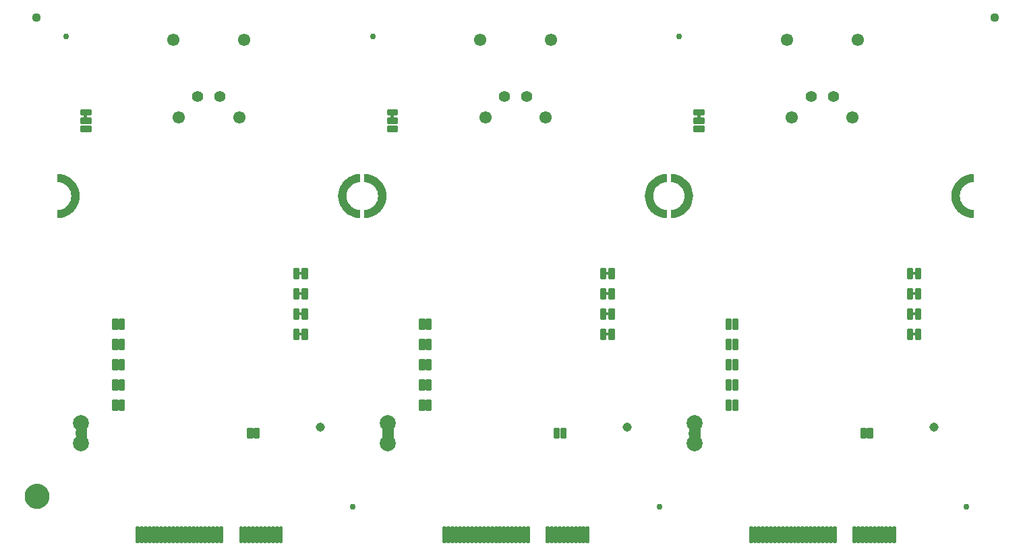
<source format=gbs>
G04 EAGLE Gerber RS-274X export*
G75*
%MOMM*%
%FSLAX34Y34*%
%LPD*%
%INSoldermask Bottom*%
%IPPOS*%
%AMOC8*
5,1,8,0,0,1.08239X$1,22.5*%
G01*
%ADD10C,0.762000*%
%ADD11C,0.228600*%
%ADD12C,2.006600*%
%ADD13C,0.228959*%
%ADD14C,0.736600*%
%ADD15C,0.228344*%
%ADD16C,1.143000*%
%ADD17C,1.552000*%
%ADD18C,1.402000*%
%ADD19C,1.127000*%
%ADD20C,1.270000*%
%ADD21C,1.627000*%

G36*
X774085Y412531D02*
X774085Y412531D01*
X774094Y412535D01*
X774120Y412536D01*
X777954Y413370D01*
X777963Y413375D01*
X777988Y413380D01*
X781664Y414752D01*
X781672Y414757D01*
X781697Y414766D01*
X785140Y416647D01*
X785147Y416654D01*
X785170Y416666D01*
X788311Y419017D01*
X788317Y419025D01*
X788338Y419041D01*
X791113Y421815D01*
X791117Y421824D01*
X791136Y421842D01*
X793487Y424983D01*
X793491Y424992D01*
X793507Y425013D01*
X795387Y428457D01*
X795389Y428466D01*
X795402Y428489D01*
X796773Y432165D01*
X796774Y432175D01*
X796783Y432199D01*
X797617Y436033D01*
X797616Y436043D01*
X797622Y436069D01*
X797902Y439982D01*
X797900Y439992D01*
X797902Y440018D01*
X797622Y443931D01*
X797621Y443936D01*
X797621Y443939D01*
X797618Y443945D01*
X797617Y443967D01*
X796783Y447801D01*
X796778Y447809D01*
X796773Y447835D01*
X795402Y451511D01*
X795396Y451519D01*
X795387Y451543D01*
X793507Y454987D01*
X793500Y454994D01*
X793487Y455017D01*
X791136Y458158D01*
X791128Y458164D01*
X791113Y458185D01*
X788338Y460959D01*
X788330Y460964D01*
X788311Y460983D01*
X785170Y463334D01*
X785161Y463337D01*
X785140Y463353D01*
X781697Y465234D01*
X781687Y465236D01*
X781664Y465248D01*
X777988Y466620D01*
X777979Y466620D01*
X777954Y466630D01*
X774120Y467464D01*
X774110Y467463D01*
X774085Y467469D01*
X770171Y467749D01*
X770146Y467743D01*
X770120Y467747D01*
X770079Y467729D01*
X770035Y467719D01*
X770016Y467701D01*
X769992Y467690D01*
X769967Y467652D01*
X769935Y467621D01*
X769930Y467595D01*
X769915Y467574D01*
X769904Y467500D01*
X769904Y457500D01*
X769906Y457493D01*
X769905Y457486D01*
X769926Y457427D01*
X769943Y457366D01*
X769949Y457361D01*
X769951Y457354D01*
X770001Y457316D01*
X770049Y457274D01*
X770056Y457273D01*
X770061Y457268D01*
X770134Y457252D01*
X772852Y457038D01*
X775484Y456406D01*
X777985Y455370D01*
X780293Y453956D01*
X782351Y452198D01*
X784109Y450139D01*
X785523Y447831D01*
X786559Y445331D01*
X787191Y442698D01*
X787403Y440000D01*
X787191Y437302D01*
X786559Y434669D01*
X785523Y432169D01*
X784109Y429861D01*
X782351Y427802D01*
X780293Y426044D01*
X777985Y424630D01*
X775484Y423594D01*
X772852Y422962D01*
X770134Y422748D01*
X770127Y422746D01*
X770120Y422747D01*
X770062Y422721D01*
X770003Y422699D01*
X769999Y422693D01*
X769992Y422690D01*
X769957Y422637D01*
X769920Y422587D01*
X769919Y422580D01*
X769915Y422574D01*
X769904Y422500D01*
X769904Y412500D01*
X769911Y412475D01*
X769909Y412449D01*
X769931Y412409D01*
X769943Y412366D01*
X769963Y412349D01*
X769975Y412326D01*
X770015Y412304D01*
X770049Y412274D01*
X770074Y412270D01*
X770097Y412257D01*
X770171Y412251D01*
X774085Y412531D01*
G37*
G36*
X389021Y412531D02*
X389021Y412531D01*
X389030Y412535D01*
X389056Y412536D01*
X392890Y413370D01*
X392899Y413375D01*
X392924Y413380D01*
X396600Y414752D01*
X396608Y414757D01*
X396633Y414766D01*
X400076Y416647D01*
X400083Y416654D01*
X400106Y416666D01*
X403247Y419017D01*
X403253Y419025D01*
X403274Y419041D01*
X406049Y421815D01*
X406053Y421824D01*
X406072Y421842D01*
X408423Y424983D01*
X408427Y424992D01*
X408443Y425013D01*
X410323Y428457D01*
X410325Y428466D01*
X410338Y428489D01*
X411709Y432165D01*
X411710Y432175D01*
X411719Y432199D01*
X412553Y436033D01*
X412552Y436043D01*
X412558Y436069D01*
X412838Y439982D01*
X412836Y439992D01*
X412838Y440018D01*
X412558Y443931D01*
X412557Y443936D01*
X412557Y443939D01*
X412554Y443945D01*
X412553Y443967D01*
X411719Y447801D01*
X411714Y447809D01*
X411709Y447835D01*
X410338Y451511D01*
X410332Y451519D01*
X410323Y451543D01*
X408443Y454987D01*
X408436Y454994D01*
X408423Y455017D01*
X406072Y458158D01*
X406064Y458164D01*
X406049Y458185D01*
X403274Y460959D01*
X403266Y460964D01*
X403247Y460983D01*
X400106Y463334D01*
X400097Y463337D01*
X400076Y463353D01*
X396633Y465234D01*
X396623Y465236D01*
X396600Y465248D01*
X392924Y466620D01*
X392915Y466620D01*
X392890Y466630D01*
X389056Y467464D01*
X389046Y467463D01*
X389021Y467469D01*
X385107Y467749D01*
X385082Y467743D01*
X385056Y467747D01*
X385015Y467729D01*
X384971Y467719D01*
X384952Y467701D01*
X384928Y467690D01*
X384903Y467652D01*
X384871Y467621D01*
X384866Y467595D01*
X384851Y467574D01*
X384840Y467500D01*
X384840Y457500D01*
X384842Y457493D01*
X384841Y457486D01*
X384862Y457427D01*
X384879Y457366D01*
X384885Y457361D01*
X384887Y457354D01*
X384937Y457316D01*
X384985Y457274D01*
X384992Y457273D01*
X384997Y457268D01*
X385070Y457252D01*
X387788Y457038D01*
X390420Y456406D01*
X392921Y455370D01*
X395229Y453956D01*
X397287Y452198D01*
X399045Y450139D01*
X400459Y447831D01*
X401495Y445331D01*
X402127Y442698D01*
X402339Y440000D01*
X402127Y437302D01*
X401495Y434669D01*
X400459Y432169D01*
X399045Y429861D01*
X397287Y427802D01*
X395229Y426044D01*
X392921Y424630D01*
X390420Y423594D01*
X387788Y422962D01*
X385070Y422748D01*
X385063Y422746D01*
X385056Y422747D01*
X384998Y422721D01*
X384939Y422699D01*
X384935Y422693D01*
X384928Y422690D01*
X384893Y422637D01*
X384856Y422587D01*
X384855Y422580D01*
X384851Y422574D01*
X384840Y422500D01*
X384840Y412500D01*
X384847Y412475D01*
X384845Y412449D01*
X384867Y412409D01*
X384879Y412366D01*
X384899Y412349D01*
X384911Y412326D01*
X384951Y412304D01*
X384985Y412274D01*
X385010Y412270D01*
X385033Y412257D01*
X385107Y412251D01*
X389021Y412531D01*
G37*
G36*
X3931Y412531D02*
X3931Y412531D01*
X3941Y412535D01*
X3967Y412536D01*
X7801Y413370D01*
X7809Y413375D01*
X7835Y413380D01*
X11511Y414752D01*
X11519Y414757D01*
X11543Y414766D01*
X14987Y416647D01*
X14994Y416654D01*
X15017Y416666D01*
X18158Y419017D01*
X18164Y419025D01*
X18185Y419041D01*
X20959Y421815D01*
X20964Y421824D01*
X20983Y421842D01*
X23334Y424983D01*
X23337Y424992D01*
X23353Y425013D01*
X25234Y428457D01*
X25236Y428466D01*
X25248Y428489D01*
X26620Y432165D01*
X26620Y432175D01*
X26630Y432199D01*
X27464Y436033D01*
X27463Y436043D01*
X27469Y436069D01*
X27749Y439982D01*
X27747Y439992D01*
X27749Y440018D01*
X27469Y443931D01*
X27467Y443936D01*
X27468Y443939D01*
X27465Y443945D01*
X27464Y443967D01*
X26630Y447801D01*
X26625Y447809D01*
X26620Y447835D01*
X25248Y451511D01*
X25243Y451519D01*
X25234Y451543D01*
X23353Y454987D01*
X23346Y454994D01*
X23334Y455017D01*
X20983Y458158D01*
X20975Y458164D01*
X20959Y458185D01*
X18185Y460959D01*
X18176Y460964D01*
X18158Y460983D01*
X15017Y463334D01*
X15008Y463337D01*
X14987Y463353D01*
X11543Y465234D01*
X11534Y465236D01*
X11511Y465248D01*
X7835Y466620D01*
X7825Y466620D01*
X7801Y466630D01*
X3967Y467464D01*
X3957Y467463D01*
X3931Y467469D01*
X18Y467749D01*
X-8Y467743D01*
X-33Y467747D01*
X-75Y467729D01*
X-119Y467719D01*
X-137Y467701D01*
X-161Y467690D01*
X-186Y467652D01*
X-218Y467621D01*
X-224Y467595D01*
X-238Y467574D01*
X-249Y467500D01*
X-249Y457500D01*
X-247Y457493D01*
X-249Y457486D01*
X-228Y457427D01*
X-210Y457366D01*
X-205Y457361D01*
X-202Y457354D01*
X-152Y457316D01*
X-105Y457274D01*
X-98Y457273D01*
X-92Y457268D01*
X-20Y457252D01*
X2698Y457038D01*
X5331Y456406D01*
X7831Y455370D01*
X10139Y453956D01*
X12198Y452198D01*
X13956Y450139D01*
X15370Y447831D01*
X16406Y445331D01*
X17038Y442698D01*
X17250Y440000D01*
X17038Y437302D01*
X16406Y434669D01*
X15370Y432169D01*
X13956Y429861D01*
X12198Y427802D01*
X10139Y426044D01*
X7831Y424630D01*
X5331Y423594D01*
X2698Y422962D01*
X-20Y422748D01*
X-26Y422746D01*
X-33Y422747D01*
X-91Y422721D01*
X-150Y422699D01*
X-155Y422693D01*
X-161Y422690D01*
X-196Y422637D01*
X-234Y422587D01*
X-234Y422580D01*
X-238Y422574D01*
X-249Y422500D01*
X-249Y412500D01*
X-242Y412475D01*
X-244Y412449D01*
X-223Y412409D01*
X-210Y412366D01*
X-190Y412349D01*
X-178Y412326D01*
X-139Y412304D01*
X-105Y412274D01*
X-79Y412270D01*
X-56Y412257D01*
X18Y412251D01*
X3931Y412531D01*
G37*
G36*
X1150161Y412257D02*
X1150161Y412257D01*
X1150187Y412253D01*
X1150228Y412271D01*
X1150272Y412281D01*
X1150291Y412299D01*
X1150315Y412310D01*
X1150339Y412348D01*
X1150372Y412379D01*
X1150377Y412405D01*
X1150392Y412427D01*
X1150403Y412500D01*
X1150403Y422500D01*
X1150401Y422507D01*
X1150402Y422514D01*
X1150381Y422573D01*
X1150363Y422634D01*
X1150358Y422639D01*
X1150356Y422646D01*
X1150306Y422685D01*
X1150258Y422726D01*
X1150251Y422727D01*
X1150245Y422732D01*
X1150173Y422748D01*
X1147455Y422962D01*
X1144823Y423594D01*
X1142322Y424630D01*
X1140014Y426044D01*
X1137956Y427802D01*
X1136198Y429861D01*
X1134784Y432169D01*
X1133748Y434669D01*
X1133116Y437302D01*
X1132903Y440000D01*
X1133116Y442698D01*
X1133748Y445331D01*
X1134784Y447831D01*
X1136198Y450139D01*
X1137956Y452198D01*
X1140014Y453956D01*
X1142322Y455370D01*
X1144823Y456406D01*
X1147455Y457038D01*
X1150173Y457252D01*
X1150180Y457254D01*
X1150187Y457253D01*
X1150245Y457279D01*
X1150304Y457301D01*
X1150308Y457307D01*
X1150315Y457310D01*
X1150349Y457363D01*
X1150387Y457413D01*
X1150388Y457421D01*
X1150392Y457427D01*
X1150403Y457500D01*
X1150403Y467500D01*
X1150395Y467525D01*
X1150397Y467551D01*
X1150376Y467591D01*
X1150363Y467634D01*
X1150344Y467651D01*
X1150332Y467674D01*
X1150292Y467696D01*
X1150258Y467726D01*
X1150232Y467730D01*
X1150210Y467743D01*
X1150136Y467749D01*
X1146222Y467469D01*
X1146213Y467465D01*
X1146187Y467464D01*
X1142353Y466630D01*
X1142344Y466625D01*
X1142319Y466620D01*
X1138642Y465248D01*
X1138635Y465243D01*
X1138610Y465234D01*
X1135166Y463353D01*
X1135160Y463346D01*
X1135136Y463334D01*
X1131995Y460983D01*
X1131990Y460975D01*
X1131969Y460959D01*
X1129194Y458185D01*
X1129189Y458176D01*
X1129171Y458158D01*
X1126819Y455017D01*
X1126816Y455008D01*
X1126800Y454987D01*
X1124920Y451543D01*
X1124918Y451534D01*
X1124905Y451511D01*
X1123534Y447835D01*
X1123533Y447825D01*
X1123524Y447801D01*
X1122690Y443967D01*
X1122690Y443957D01*
X1122685Y443931D01*
X1122405Y440018D01*
X1122407Y440008D01*
X1122405Y439982D01*
X1122685Y436069D01*
X1122688Y436059D01*
X1122690Y436033D01*
X1123524Y432199D01*
X1123528Y432191D01*
X1123534Y432165D01*
X1124905Y428489D01*
X1124911Y428481D01*
X1124920Y428457D01*
X1126800Y425013D01*
X1126807Y425006D01*
X1126819Y424983D01*
X1129171Y421842D01*
X1129179Y421836D01*
X1129194Y421815D01*
X1131969Y419041D01*
X1131977Y419036D01*
X1131995Y419017D01*
X1135136Y416666D01*
X1135146Y416663D01*
X1135166Y416647D01*
X1138610Y414766D01*
X1138619Y414764D01*
X1138642Y414752D01*
X1142319Y413380D01*
X1142328Y413380D01*
X1142353Y413370D01*
X1146187Y412536D01*
X1146196Y412537D01*
X1146222Y412531D01*
X1150136Y412251D01*
X1150161Y412257D01*
G37*
G36*
X765097Y412257D02*
X765097Y412257D01*
X765123Y412253D01*
X765164Y412271D01*
X765208Y412281D01*
X765227Y412299D01*
X765251Y412310D01*
X765275Y412348D01*
X765308Y412379D01*
X765313Y412405D01*
X765328Y412427D01*
X765339Y412500D01*
X765339Y422500D01*
X765337Y422507D01*
X765338Y422514D01*
X765317Y422573D01*
X765299Y422634D01*
X765294Y422639D01*
X765292Y422646D01*
X765242Y422685D01*
X765194Y422726D01*
X765187Y422727D01*
X765181Y422732D01*
X765109Y422748D01*
X762391Y422962D01*
X759759Y423594D01*
X757258Y424630D01*
X754950Y426044D01*
X752892Y427802D01*
X751134Y429861D01*
X749720Y432169D01*
X748684Y434669D01*
X748052Y437302D01*
X747839Y440000D01*
X748052Y442698D01*
X748684Y445331D01*
X749720Y447831D01*
X751134Y450139D01*
X752892Y452198D01*
X754950Y453956D01*
X757258Y455370D01*
X759759Y456406D01*
X762391Y457038D01*
X765109Y457252D01*
X765116Y457254D01*
X765123Y457253D01*
X765181Y457279D01*
X765240Y457301D01*
X765244Y457307D01*
X765251Y457310D01*
X765285Y457363D01*
X765323Y457413D01*
X765324Y457421D01*
X765328Y457427D01*
X765339Y457500D01*
X765339Y467500D01*
X765331Y467525D01*
X765333Y467551D01*
X765312Y467591D01*
X765299Y467634D01*
X765280Y467651D01*
X765268Y467674D01*
X765228Y467696D01*
X765194Y467726D01*
X765168Y467730D01*
X765146Y467743D01*
X765072Y467749D01*
X761158Y467469D01*
X761149Y467465D01*
X761123Y467464D01*
X757289Y466630D01*
X757280Y466625D01*
X757255Y466620D01*
X753578Y465248D01*
X753571Y465243D01*
X753546Y465234D01*
X750102Y463353D01*
X750096Y463346D01*
X750072Y463334D01*
X746931Y460983D01*
X746926Y460975D01*
X746905Y460959D01*
X744130Y458185D01*
X744125Y458176D01*
X744107Y458158D01*
X741755Y455017D01*
X741752Y455008D01*
X741736Y454987D01*
X739856Y451543D01*
X739854Y451534D01*
X739841Y451511D01*
X738470Y447835D01*
X738469Y447825D01*
X738460Y447801D01*
X737626Y443967D01*
X737626Y443957D01*
X737621Y443931D01*
X737341Y440018D01*
X737343Y440008D01*
X737341Y439982D01*
X737621Y436069D01*
X737624Y436059D01*
X737626Y436033D01*
X738460Y432199D01*
X738464Y432191D01*
X738470Y432165D01*
X739841Y428489D01*
X739847Y428481D01*
X739856Y428457D01*
X741736Y425013D01*
X741743Y425006D01*
X741755Y424983D01*
X744107Y421842D01*
X744115Y421836D01*
X744130Y421815D01*
X746905Y419041D01*
X746913Y419036D01*
X746931Y419017D01*
X750072Y416666D01*
X750082Y416663D01*
X750102Y416647D01*
X753546Y414766D01*
X753555Y414764D01*
X753578Y414752D01*
X757255Y413380D01*
X757264Y413380D01*
X757289Y413370D01*
X761123Y412536D01*
X761132Y412537D01*
X761158Y412531D01*
X765072Y412251D01*
X765097Y412257D01*
G37*
G36*
X380008Y412257D02*
X380008Y412257D01*
X380033Y412253D01*
X380075Y412271D01*
X380119Y412281D01*
X380137Y412299D01*
X380161Y412310D01*
X380186Y412348D01*
X380218Y412379D01*
X380224Y412405D01*
X380238Y412427D01*
X380249Y412500D01*
X380249Y422500D01*
X380247Y422507D01*
X380249Y422514D01*
X380228Y422573D01*
X380210Y422634D01*
X380205Y422639D01*
X380202Y422646D01*
X380152Y422685D01*
X380105Y422726D01*
X380098Y422727D01*
X380092Y422732D01*
X380020Y422748D01*
X377302Y422962D01*
X374669Y423594D01*
X372169Y424630D01*
X369861Y426044D01*
X367802Y427802D01*
X366044Y429861D01*
X364630Y432169D01*
X363594Y434669D01*
X362962Y437302D01*
X362750Y440000D01*
X362962Y442698D01*
X363594Y445331D01*
X364630Y447831D01*
X366044Y450139D01*
X367802Y452198D01*
X369861Y453956D01*
X372169Y455370D01*
X374669Y456406D01*
X377302Y457038D01*
X380020Y457252D01*
X380026Y457254D01*
X380033Y457253D01*
X380091Y457279D01*
X380150Y457301D01*
X380155Y457307D01*
X380161Y457310D01*
X380196Y457363D01*
X380234Y457413D01*
X380234Y457421D01*
X380238Y457427D01*
X380249Y457500D01*
X380249Y467500D01*
X380242Y467525D01*
X380244Y467551D01*
X380223Y467591D01*
X380210Y467634D01*
X380190Y467651D01*
X380178Y467674D01*
X380139Y467696D01*
X380105Y467726D01*
X380079Y467730D01*
X380056Y467743D01*
X379982Y467749D01*
X376069Y467469D01*
X376059Y467465D01*
X376033Y467464D01*
X372199Y466630D01*
X372191Y466625D01*
X372165Y466620D01*
X368489Y465248D01*
X368481Y465243D01*
X368457Y465234D01*
X365013Y463353D01*
X365006Y463346D01*
X364983Y463334D01*
X361842Y460983D01*
X361836Y460975D01*
X361815Y460959D01*
X359041Y458185D01*
X359036Y458176D01*
X359017Y458158D01*
X356666Y455017D01*
X356663Y455008D01*
X356647Y454987D01*
X354766Y451543D01*
X354764Y451534D01*
X354752Y451511D01*
X353380Y447835D01*
X353380Y447825D01*
X353370Y447801D01*
X352536Y443967D01*
X352537Y443957D01*
X352531Y443931D01*
X352251Y440018D01*
X352253Y440008D01*
X352251Y439982D01*
X352531Y436069D01*
X352535Y436059D01*
X352536Y436033D01*
X353370Y432199D01*
X353375Y432191D01*
X353380Y432165D01*
X354752Y428489D01*
X354757Y428481D01*
X354766Y428457D01*
X356647Y425013D01*
X356654Y425006D01*
X356666Y424983D01*
X359017Y421842D01*
X359025Y421836D01*
X359041Y421815D01*
X361815Y419041D01*
X361824Y419036D01*
X361842Y419017D01*
X364983Y416666D01*
X364992Y416663D01*
X365013Y416647D01*
X368457Y414766D01*
X368466Y414764D01*
X368489Y414752D01*
X372165Y413380D01*
X372175Y413380D01*
X372199Y413370D01*
X376033Y412536D01*
X376043Y412537D01*
X376069Y412531D01*
X379982Y412251D01*
X380008Y412257D01*
G37*
G36*
X421458Y139672D02*
X421458Y139672D01*
X421524Y139674D01*
X421568Y139692D01*
X421614Y139700D01*
X421671Y139734D01*
X421732Y139759D01*
X421767Y139790D01*
X421807Y139815D01*
X421849Y139866D01*
X421897Y139910D01*
X421919Y139952D01*
X421949Y139989D01*
X421970Y140051D01*
X422000Y140110D01*
X422008Y140164D01*
X422021Y140201D01*
X422020Y140241D01*
X422028Y140295D01*
X422028Y144105D01*
X422016Y144170D01*
X422014Y144236D01*
X421996Y144279D01*
X421988Y144326D01*
X421954Y144383D01*
X421930Y144443D01*
X421898Y144478D01*
X421874Y144519D01*
X421823Y144561D01*
X421778Y144609D01*
X421736Y144631D01*
X421700Y144660D01*
X421637Y144681D01*
X421579Y144712D01*
X421524Y144720D01*
X421487Y144732D01*
X421448Y144731D01*
X421393Y144739D01*
X408185Y144739D01*
X408121Y144728D01*
X408055Y144726D01*
X408011Y144708D01*
X407965Y144700D01*
X407908Y144666D01*
X407847Y144641D01*
X407812Y144610D01*
X407771Y144585D01*
X407730Y144534D01*
X407681Y144490D01*
X407660Y144448D01*
X407630Y144411D01*
X407609Y144349D01*
X407579Y144290D01*
X407571Y144236D01*
X407558Y144199D01*
X407558Y144195D01*
X407558Y144194D01*
X407559Y144159D01*
X407551Y144105D01*
X407551Y140295D01*
X407563Y140230D01*
X407565Y140164D01*
X407582Y140121D01*
X407591Y140074D01*
X407624Y140017D01*
X407649Y139957D01*
X407681Y139922D01*
X407705Y139881D01*
X407756Y139840D01*
X407800Y139791D01*
X407843Y139769D01*
X407879Y139740D01*
X407941Y139719D01*
X408000Y139688D01*
X408054Y139680D01*
X408092Y139668D01*
X408131Y139669D01*
X408185Y139661D01*
X421393Y139661D01*
X421458Y139672D01*
G37*
G36*
X36369Y139672D02*
X36369Y139672D01*
X36435Y139674D01*
X36478Y139692D01*
X36525Y139700D01*
X36582Y139734D01*
X36642Y139759D01*
X36677Y139790D01*
X36718Y139815D01*
X36760Y139866D01*
X36808Y139910D01*
X36830Y139952D01*
X36859Y139989D01*
X36880Y140051D01*
X36911Y140110D01*
X36919Y140164D01*
X36931Y140201D01*
X36930Y140241D01*
X36938Y140295D01*
X36938Y144105D01*
X36927Y144170D01*
X36925Y144236D01*
X36907Y144279D01*
X36899Y144326D01*
X36865Y144383D01*
X36840Y144443D01*
X36809Y144478D01*
X36784Y144519D01*
X36733Y144561D01*
X36689Y144609D01*
X36647Y144631D01*
X36610Y144660D01*
X36548Y144681D01*
X36489Y144712D01*
X36435Y144720D01*
X36398Y144732D01*
X36358Y144731D01*
X36304Y144739D01*
X23096Y144739D01*
X23031Y144728D01*
X22965Y144726D01*
X22922Y144708D01*
X22875Y144700D01*
X22818Y144666D01*
X22758Y144641D01*
X22723Y144610D01*
X22682Y144585D01*
X22641Y144534D01*
X22592Y144490D01*
X22570Y144448D01*
X22541Y144411D01*
X22520Y144349D01*
X22489Y144290D01*
X22481Y144236D01*
X22469Y144199D01*
X22469Y144195D01*
X22469Y144194D01*
X22470Y144159D01*
X22462Y144105D01*
X22462Y140295D01*
X22473Y140230D01*
X22475Y140164D01*
X22493Y140121D01*
X22501Y140074D01*
X22535Y140017D01*
X22560Y139957D01*
X22591Y139922D01*
X22616Y139881D01*
X22667Y139840D01*
X22711Y139791D01*
X22753Y139769D01*
X22790Y139740D01*
X22852Y139719D01*
X22911Y139688D01*
X22965Y139680D01*
X23002Y139668D01*
X23042Y139669D01*
X23096Y139661D01*
X36304Y139661D01*
X36369Y139672D01*
G37*
G36*
X806522Y139672D02*
X806522Y139672D01*
X806588Y139674D01*
X806632Y139692D01*
X806678Y139700D01*
X806735Y139734D01*
X806796Y139759D01*
X806831Y139790D01*
X806871Y139815D01*
X806913Y139866D01*
X806961Y139910D01*
X806983Y139952D01*
X807013Y139989D01*
X807034Y140051D01*
X807064Y140110D01*
X807072Y140164D01*
X807085Y140201D01*
X807084Y140241D01*
X807092Y140295D01*
X807092Y144105D01*
X807080Y144170D01*
X807078Y144236D01*
X807060Y144279D01*
X807052Y144326D01*
X807018Y144383D01*
X806994Y144443D01*
X806962Y144478D01*
X806938Y144519D01*
X806887Y144561D01*
X806842Y144609D01*
X806800Y144631D01*
X806764Y144660D01*
X806701Y144681D01*
X806643Y144712D01*
X806588Y144720D01*
X806551Y144732D01*
X806512Y144731D01*
X806457Y144739D01*
X793249Y144739D01*
X793185Y144728D01*
X793119Y144726D01*
X793075Y144708D01*
X793029Y144700D01*
X792972Y144666D01*
X792911Y144641D01*
X792876Y144610D01*
X792835Y144585D01*
X792794Y144534D01*
X792745Y144490D01*
X792724Y144448D01*
X792694Y144411D01*
X792673Y144349D01*
X792643Y144290D01*
X792635Y144236D01*
X792622Y144199D01*
X792622Y144195D01*
X792622Y144194D01*
X792623Y144159D01*
X792615Y144105D01*
X792615Y140295D01*
X792627Y140230D01*
X792629Y140164D01*
X792646Y140121D01*
X792655Y140074D01*
X792688Y140017D01*
X792713Y139957D01*
X792745Y139922D01*
X792769Y139881D01*
X792820Y139840D01*
X792864Y139791D01*
X792907Y139769D01*
X792943Y139740D01*
X793005Y139719D01*
X793064Y139688D01*
X793118Y139680D01*
X793156Y139668D01*
X793195Y139669D01*
X793249Y139661D01*
X806457Y139661D01*
X806522Y139672D01*
G37*
G36*
X421424Y537552D02*
X421424Y537552D01*
X421490Y537554D01*
X421534Y537572D01*
X421580Y537580D01*
X421637Y537614D01*
X421698Y537639D01*
X421733Y537670D01*
X421773Y537695D01*
X421815Y537746D01*
X421863Y537790D01*
X421885Y537832D01*
X421915Y537869D01*
X421936Y537931D01*
X421966Y537990D01*
X421974Y538044D01*
X421987Y538081D01*
X421986Y538121D01*
X421994Y538175D01*
X421994Y541985D01*
X421982Y542050D01*
X421980Y542116D01*
X421962Y542159D01*
X421954Y542206D01*
X421920Y542263D01*
X421896Y542323D01*
X421864Y542358D01*
X421840Y542399D01*
X421789Y542441D01*
X421744Y542489D01*
X421702Y542511D01*
X421666Y542540D01*
X421603Y542561D01*
X421545Y542592D01*
X421490Y542600D01*
X421453Y542612D01*
X421414Y542611D01*
X421359Y542619D01*
X418819Y542619D01*
X418755Y542608D01*
X418689Y542606D01*
X418645Y542588D01*
X418599Y542580D01*
X418542Y542546D01*
X418481Y542521D01*
X418446Y542490D01*
X418405Y542465D01*
X418364Y542414D01*
X418315Y542370D01*
X418294Y542328D01*
X418264Y542291D01*
X418243Y542229D01*
X418213Y542170D01*
X418205Y542116D01*
X418192Y542079D01*
X418192Y542075D01*
X418192Y542074D01*
X418193Y542039D01*
X418185Y541985D01*
X418185Y538175D01*
X418197Y538110D01*
X418199Y538044D01*
X418216Y538001D01*
X418225Y537954D01*
X418258Y537897D01*
X418283Y537837D01*
X418315Y537802D01*
X418339Y537761D01*
X418390Y537720D01*
X418434Y537671D01*
X418477Y537649D01*
X418513Y537620D01*
X418575Y537599D01*
X418634Y537568D01*
X418688Y537560D01*
X418726Y537548D01*
X418765Y537549D01*
X418819Y537541D01*
X421359Y537541D01*
X421424Y537552D01*
G37*
G36*
X36335Y537552D02*
X36335Y537552D01*
X36401Y537554D01*
X36444Y537572D01*
X36491Y537580D01*
X36548Y537614D01*
X36608Y537639D01*
X36643Y537670D01*
X36684Y537695D01*
X36726Y537746D01*
X36774Y537790D01*
X36796Y537832D01*
X36825Y537869D01*
X36846Y537931D01*
X36877Y537990D01*
X36885Y538044D01*
X36897Y538081D01*
X36896Y538121D01*
X36904Y538175D01*
X36904Y541985D01*
X36893Y542050D01*
X36891Y542116D01*
X36873Y542159D01*
X36865Y542206D01*
X36831Y542263D01*
X36806Y542323D01*
X36775Y542358D01*
X36750Y542399D01*
X36699Y542441D01*
X36655Y542489D01*
X36613Y542511D01*
X36576Y542540D01*
X36514Y542561D01*
X36455Y542592D01*
X36401Y542600D01*
X36364Y542612D01*
X36324Y542611D01*
X36270Y542619D01*
X33730Y542619D01*
X33665Y542608D01*
X33599Y542606D01*
X33556Y542588D01*
X33509Y542580D01*
X33452Y542546D01*
X33392Y542521D01*
X33357Y542490D01*
X33316Y542465D01*
X33275Y542414D01*
X33226Y542370D01*
X33204Y542328D01*
X33175Y542291D01*
X33154Y542229D01*
X33123Y542170D01*
X33115Y542116D01*
X33103Y542079D01*
X33103Y542075D01*
X33103Y542074D01*
X33104Y542039D01*
X33096Y541985D01*
X33096Y538175D01*
X33107Y538110D01*
X33109Y538044D01*
X33127Y538001D01*
X33135Y537954D01*
X33169Y537897D01*
X33194Y537837D01*
X33225Y537802D01*
X33250Y537761D01*
X33301Y537720D01*
X33345Y537671D01*
X33387Y537649D01*
X33424Y537620D01*
X33486Y537599D01*
X33545Y537568D01*
X33599Y537560D01*
X33636Y537548D01*
X33676Y537549D01*
X33730Y537541D01*
X36270Y537541D01*
X36335Y537552D01*
G37*
G36*
X806488Y537552D02*
X806488Y537552D01*
X806554Y537554D01*
X806598Y537572D01*
X806644Y537580D01*
X806701Y537614D01*
X806762Y537639D01*
X806797Y537670D01*
X806837Y537695D01*
X806879Y537746D01*
X806927Y537790D01*
X806949Y537832D01*
X806979Y537869D01*
X807000Y537931D01*
X807030Y537990D01*
X807038Y538044D01*
X807051Y538081D01*
X807050Y538121D01*
X807058Y538175D01*
X807058Y541985D01*
X807046Y542050D01*
X807044Y542116D01*
X807026Y542159D01*
X807018Y542206D01*
X806984Y542263D01*
X806960Y542323D01*
X806928Y542358D01*
X806904Y542399D01*
X806853Y542441D01*
X806808Y542489D01*
X806766Y542511D01*
X806730Y542540D01*
X806667Y542561D01*
X806609Y542592D01*
X806554Y542600D01*
X806517Y542612D01*
X806478Y542611D01*
X806423Y542619D01*
X803883Y542619D01*
X803819Y542608D01*
X803753Y542606D01*
X803709Y542588D01*
X803663Y542580D01*
X803606Y542546D01*
X803545Y542521D01*
X803510Y542490D01*
X803469Y542465D01*
X803428Y542414D01*
X803379Y542370D01*
X803358Y542328D01*
X803328Y542291D01*
X803307Y542229D01*
X803277Y542170D01*
X803269Y542116D01*
X803256Y542079D01*
X803256Y542075D01*
X803256Y542074D01*
X803257Y542039D01*
X803249Y541985D01*
X803249Y538175D01*
X803261Y538110D01*
X803263Y538044D01*
X803280Y538001D01*
X803289Y537954D01*
X803322Y537897D01*
X803347Y537837D01*
X803379Y537802D01*
X803403Y537761D01*
X803454Y537720D01*
X803498Y537671D01*
X803541Y537649D01*
X803577Y537620D01*
X803639Y537599D01*
X803698Y537568D01*
X803752Y537560D01*
X803790Y537548D01*
X803829Y537549D01*
X803883Y537541D01*
X806423Y537541D01*
X806488Y537552D01*
G37*
G36*
X1076923Y341007D02*
X1076923Y341007D01*
X1076989Y341009D01*
X1077033Y341027D01*
X1077079Y341035D01*
X1077136Y341069D01*
X1077197Y341094D01*
X1077232Y341125D01*
X1077272Y341150D01*
X1077314Y341201D01*
X1077362Y341245D01*
X1077384Y341287D01*
X1077414Y341324D01*
X1077435Y341386D01*
X1077465Y341445D01*
X1077473Y341499D01*
X1077486Y341536D01*
X1077485Y341576D01*
X1077493Y341630D01*
X1077493Y344170D01*
X1077481Y344235D01*
X1077479Y344301D01*
X1077461Y344344D01*
X1077453Y344391D01*
X1077419Y344448D01*
X1077395Y344508D01*
X1077363Y344543D01*
X1077339Y344584D01*
X1077288Y344626D01*
X1077243Y344674D01*
X1077201Y344696D01*
X1077165Y344725D01*
X1077102Y344746D01*
X1077044Y344777D01*
X1076989Y344785D01*
X1076952Y344797D01*
X1076913Y344796D01*
X1076858Y344804D01*
X1073048Y344804D01*
X1072984Y344793D01*
X1072918Y344791D01*
X1072874Y344773D01*
X1072828Y344765D01*
X1072771Y344731D01*
X1072710Y344706D01*
X1072675Y344675D01*
X1072634Y344650D01*
X1072593Y344599D01*
X1072544Y344555D01*
X1072523Y344513D01*
X1072493Y344476D01*
X1072472Y344414D01*
X1072442Y344355D01*
X1072434Y344301D01*
X1072421Y344264D01*
X1072421Y344261D01*
X1072422Y344224D01*
X1072414Y344170D01*
X1072414Y341630D01*
X1072426Y341565D01*
X1072428Y341499D01*
X1072445Y341456D01*
X1072454Y341409D01*
X1072487Y341352D01*
X1072512Y341292D01*
X1072544Y341257D01*
X1072568Y341216D01*
X1072619Y341175D01*
X1072663Y341126D01*
X1072706Y341104D01*
X1072742Y341075D01*
X1072804Y341054D01*
X1072863Y341023D01*
X1072917Y341015D01*
X1072955Y341003D01*
X1072994Y341004D01*
X1073048Y340996D01*
X1076858Y340996D01*
X1076923Y341007D01*
G37*
G36*
X691859Y341007D02*
X691859Y341007D01*
X691925Y341009D01*
X691969Y341027D01*
X692015Y341035D01*
X692072Y341069D01*
X692133Y341094D01*
X692168Y341125D01*
X692208Y341150D01*
X692250Y341201D01*
X692298Y341245D01*
X692320Y341287D01*
X692350Y341324D01*
X692371Y341386D01*
X692401Y341445D01*
X692409Y341499D01*
X692422Y341536D01*
X692421Y341576D01*
X692429Y341630D01*
X692429Y344170D01*
X692417Y344235D01*
X692415Y344301D01*
X692397Y344344D01*
X692389Y344391D01*
X692355Y344448D01*
X692331Y344508D01*
X692299Y344543D01*
X692275Y344584D01*
X692224Y344626D01*
X692179Y344674D01*
X692137Y344696D01*
X692101Y344725D01*
X692038Y344746D01*
X691980Y344777D01*
X691925Y344785D01*
X691888Y344797D01*
X691849Y344796D01*
X691794Y344804D01*
X687984Y344804D01*
X687920Y344793D01*
X687854Y344791D01*
X687810Y344773D01*
X687764Y344765D01*
X687707Y344731D01*
X687646Y344706D01*
X687611Y344675D01*
X687570Y344650D01*
X687529Y344599D01*
X687480Y344555D01*
X687459Y344513D01*
X687429Y344476D01*
X687408Y344414D01*
X687378Y344355D01*
X687370Y344301D01*
X687357Y344264D01*
X687357Y344261D01*
X687358Y344224D01*
X687350Y344170D01*
X687350Y341630D01*
X687362Y341565D01*
X687364Y341499D01*
X687381Y341456D01*
X687390Y341409D01*
X687423Y341352D01*
X687448Y341292D01*
X687480Y341257D01*
X687504Y341216D01*
X687555Y341175D01*
X687599Y341126D01*
X687642Y341104D01*
X687678Y341075D01*
X687740Y341054D01*
X687799Y341023D01*
X687853Y341015D01*
X687891Y341003D01*
X687930Y341004D01*
X687984Y340996D01*
X691794Y340996D01*
X691859Y341007D01*
G37*
G36*
X306770Y341007D02*
X306770Y341007D01*
X306836Y341009D01*
X306879Y341027D01*
X306926Y341035D01*
X306983Y341069D01*
X307043Y341094D01*
X307078Y341125D01*
X307119Y341150D01*
X307161Y341201D01*
X307209Y341245D01*
X307231Y341287D01*
X307260Y341324D01*
X307281Y341386D01*
X307312Y341445D01*
X307320Y341499D01*
X307332Y341536D01*
X307331Y341576D01*
X307339Y341630D01*
X307339Y344170D01*
X307328Y344235D01*
X307326Y344301D01*
X307308Y344344D01*
X307300Y344391D01*
X307266Y344448D01*
X307241Y344508D01*
X307210Y344543D01*
X307185Y344584D01*
X307134Y344626D01*
X307090Y344674D01*
X307048Y344696D01*
X307011Y344725D01*
X306949Y344746D01*
X306890Y344777D01*
X306836Y344785D01*
X306799Y344797D01*
X306759Y344796D01*
X306705Y344804D01*
X302895Y344804D01*
X302830Y344793D01*
X302764Y344791D01*
X302721Y344773D01*
X302674Y344765D01*
X302617Y344731D01*
X302557Y344706D01*
X302522Y344675D01*
X302481Y344650D01*
X302440Y344599D01*
X302391Y344555D01*
X302369Y344513D01*
X302340Y344476D01*
X302319Y344414D01*
X302288Y344355D01*
X302280Y344301D01*
X302268Y344264D01*
X302268Y344261D01*
X302269Y344224D01*
X302261Y344170D01*
X302261Y341630D01*
X302272Y341565D01*
X302274Y341499D01*
X302292Y341456D01*
X302300Y341409D01*
X302334Y341352D01*
X302359Y341292D01*
X302390Y341257D01*
X302415Y341216D01*
X302466Y341175D01*
X302510Y341126D01*
X302552Y341104D01*
X302589Y341075D01*
X302651Y341054D01*
X302710Y341023D01*
X302764Y341015D01*
X302801Y341003D01*
X302841Y341004D01*
X302895Y340996D01*
X306705Y340996D01*
X306770Y341007D01*
G37*
G36*
X691859Y315607D02*
X691859Y315607D01*
X691925Y315609D01*
X691969Y315627D01*
X692015Y315635D01*
X692072Y315669D01*
X692133Y315694D01*
X692168Y315725D01*
X692208Y315750D01*
X692250Y315801D01*
X692298Y315845D01*
X692320Y315887D01*
X692350Y315924D01*
X692371Y315986D01*
X692401Y316045D01*
X692409Y316099D01*
X692422Y316136D01*
X692421Y316176D01*
X692429Y316230D01*
X692429Y318770D01*
X692417Y318835D01*
X692415Y318901D01*
X692397Y318944D01*
X692389Y318991D01*
X692355Y319048D01*
X692331Y319108D01*
X692299Y319143D01*
X692275Y319184D01*
X692224Y319226D01*
X692179Y319274D01*
X692137Y319296D01*
X692101Y319325D01*
X692038Y319346D01*
X691980Y319377D01*
X691925Y319385D01*
X691888Y319397D01*
X691849Y319396D01*
X691794Y319404D01*
X687984Y319404D01*
X687920Y319393D01*
X687854Y319391D01*
X687810Y319373D01*
X687764Y319365D01*
X687707Y319331D01*
X687646Y319306D01*
X687611Y319275D01*
X687570Y319250D01*
X687529Y319199D01*
X687480Y319155D01*
X687459Y319113D01*
X687429Y319076D01*
X687408Y319014D01*
X687378Y318955D01*
X687370Y318901D01*
X687357Y318864D01*
X687357Y318861D01*
X687358Y318824D01*
X687350Y318770D01*
X687350Y316230D01*
X687362Y316165D01*
X687364Y316099D01*
X687381Y316056D01*
X687390Y316009D01*
X687423Y315952D01*
X687448Y315892D01*
X687480Y315857D01*
X687504Y315816D01*
X687555Y315775D01*
X687599Y315726D01*
X687642Y315704D01*
X687678Y315675D01*
X687740Y315654D01*
X687799Y315623D01*
X687853Y315615D01*
X687891Y315603D01*
X687930Y315604D01*
X687984Y315596D01*
X691794Y315596D01*
X691859Y315607D01*
G37*
G36*
X1076923Y315607D02*
X1076923Y315607D01*
X1076989Y315609D01*
X1077033Y315627D01*
X1077079Y315635D01*
X1077136Y315669D01*
X1077197Y315694D01*
X1077232Y315725D01*
X1077272Y315750D01*
X1077314Y315801D01*
X1077362Y315845D01*
X1077384Y315887D01*
X1077414Y315924D01*
X1077435Y315986D01*
X1077465Y316045D01*
X1077473Y316099D01*
X1077486Y316136D01*
X1077485Y316176D01*
X1077493Y316230D01*
X1077493Y318770D01*
X1077481Y318835D01*
X1077479Y318901D01*
X1077461Y318944D01*
X1077453Y318991D01*
X1077419Y319048D01*
X1077395Y319108D01*
X1077363Y319143D01*
X1077339Y319184D01*
X1077288Y319226D01*
X1077243Y319274D01*
X1077201Y319296D01*
X1077165Y319325D01*
X1077102Y319346D01*
X1077044Y319377D01*
X1076989Y319385D01*
X1076952Y319397D01*
X1076913Y319396D01*
X1076858Y319404D01*
X1073048Y319404D01*
X1072984Y319393D01*
X1072918Y319391D01*
X1072874Y319373D01*
X1072828Y319365D01*
X1072771Y319331D01*
X1072710Y319306D01*
X1072675Y319275D01*
X1072634Y319250D01*
X1072593Y319199D01*
X1072544Y319155D01*
X1072523Y319113D01*
X1072493Y319076D01*
X1072472Y319014D01*
X1072442Y318955D01*
X1072434Y318901D01*
X1072421Y318864D01*
X1072421Y318861D01*
X1072422Y318824D01*
X1072414Y318770D01*
X1072414Y316230D01*
X1072426Y316165D01*
X1072428Y316099D01*
X1072445Y316056D01*
X1072454Y316009D01*
X1072487Y315952D01*
X1072512Y315892D01*
X1072544Y315857D01*
X1072568Y315816D01*
X1072619Y315775D01*
X1072663Y315726D01*
X1072706Y315704D01*
X1072742Y315675D01*
X1072804Y315654D01*
X1072863Y315623D01*
X1072917Y315615D01*
X1072955Y315603D01*
X1072994Y315604D01*
X1073048Y315596D01*
X1076858Y315596D01*
X1076923Y315607D01*
G37*
G36*
X306770Y315607D02*
X306770Y315607D01*
X306836Y315609D01*
X306879Y315627D01*
X306926Y315635D01*
X306983Y315669D01*
X307043Y315694D01*
X307078Y315725D01*
X307119Y315750D01*
X307161Y315801D01*
X307209Y315845D01*
X307231Y315887D01*
X307260Y315924D01*
X307281Y315986D01*
X307312Y316045D01*
X307320Y316099D01*
X307332Y316136D01*
X307331Y316176D01*
X307339Y316230D01*
X307339Y318770D01*
X307328Y318835D01*
X307326Y318901D01*
X307308Y318944D01*
X307300Y318991D01*
X307266Y319048D01*
X307241Y319108D01*
X307210Y319143D01*
X307185Y319184D01*
X307134Y319226D01*
X307090Y319274D01*
X307048Y319296D01*
X307011Y319325D01*
X306949Y319346D01*
X306890Y319377D01*
X306836Y319385D01*
X306799Y319397D01*
X306759Y319396D01*
X306705Y319404D01*
X302895Y319404D01*
X302830Y319393D01*
X302764Y319391D01*
X302721Y319373D01*
X302674Y319365D01*
X302617Y319331D01*
X302557Y319306D01*
X302522Y319275D01*
X302481Y319250D01*
X302440Y319199D01*
X302391Y319155D01*
X302369Y319113D01*
X302340Y319076D01*
X302319Y319014D01*
X302288Y318955D01*
X302280Y318901D01*
X302268Y318864D01*
X302268Y318861D01*
X302269Y318824D01*
X302261Y318770D01*
X302261Y316230D01*
X302272Y316165D01*
X302274Y316099D01*
X302292Y316056D01*
X302300Y316009D01*
X302334Y315952D01*
X302359Y315892D01*
X302390Y315857D01*
X302415Y315816D01*
X302466Y315775D01*
X302510Y315726D01*
X302552Y315704D01*
X302589Y315675D01*
X302651Y315654D01*
X302710Y315623D01*
X302764Y315615D01*
X302801Y315603D01*
X302841Y315604D01*
X302895Y315596D01*
X306705Y315596D01*
X306770Y315607D01*
G37*
G36*
X691859Y290207D02*
X691859Y290207D01*
X691925Y290209D01*
X691969Y290227D01*
X692015Y290235D01*
X692072Y290269D01*
X692133Y290294D01*
X692168Y290325D01*
X692208Y290350D01*
X692250Y290401D01*
X692298Y290445D01*
X692320Y290487D01*
X692350Y290524D01*
X692371Y290586D01*
X692401Y290645D01*
X692409Y290699D01*
X692422Y290736D01*
X692421Y290776D01*
X692429Y290830D01*
X692429Y293370D01*
X692417Y293435D01*
X692415Y293501D01*
X692397Y293544D01*
X692389Y293591D01*
X692355Y293648D01*
X692331Y293708D01*
X692299Y293743D01*
X692275Y293784D01*
X692224Y293826D01*
X692179Y293874D01*
X692137Y293896D01*
X692101Y293925D01*
X692038Y293946D01*
X691980Y293977D01*
X691925Y293985D01*
X691888Y293997D01*
X691849Y293996D01*
X691794Y294004D01*
X687984Y294004D01*
X687920Y293993D01*
X687854Y293991D01*
X687810Y293973D01*
X687764Y293965D01*
X687707Y293931D01*
X687646Y293906D01*
X687611Y293875D01*
X687570Y293850D01*
X687529Y293799D01*
X687480Y293755D01*
X687459Y293713D01*
X687429Y293676D01*
X687408Y293614D01*
X687378Y293555D01*
X687370Y293501D01*
X687357Y293464D01*
X687357Y293461D01*
X687358Y293424D01*
X687350Y293370D01*
X687350Y290830D01*
X687362Y290765D01*
X687364Y290699D01*
X687381Y290656D01*
X687390Y290609D01*
X687423Y290552D01*
X687448Y290492D01*
X687480Y290457D01*
X687504Y290416D01*
X687555Y290375D01*
X687599Y290326D01*
X687642Y290304D01*
X687678Y290275D01*
X687740Y290254D01*
X687799Y290223D01*
X687853Y290215D01*
X687891Y290203D01*
X687930Y290204D01*
X687984Y290196D01*
X691794Y290196D01*
X691859Y290207D01*
G37*
G36*
X306770Y290207D02*
X306770Y290207D01*
X306836Y290209D01*
X306879Y290227D01*
X306926Y290235D01*
X306983Y290269D01*
X307043Y290294D01*
X307078Y290325D01*
X307119Y290350D01*
X307161Y290401D01*
X307209Y290445D01*
X307231Y290487D01*
X307260Y290524D01*
X307281Y290586D01*
X307312Y290645D01*
X307320Y290699D01*
X307332Y290736D01*
X307331Y290776D01*
X307339Y290830D01*
X307339Y293370D01*
X307328Y293435D01*
X307326Y293501D01*
X307308Y293544D01*
X307300Y293591D01*
X307266Y293648D01*
X307241Y293708D01*
X307210Y293743D01*
X307185Y293784D01*
X307134Y293826D01*
X307090Y293874D01*
X307048Y293896D01*
X307011Y293925D01*
X306949Y293946D01*
X306890Y293977D01*
X306836Y293985D01*
X306799Y293997D01*
X306759Y293996D01*
X306705Y294004D01*
X302895Y294004D01*
X302830Y293993D01*
X302764Y293991D01*
X302721Y293973D01*
X302674Y293965D01*
X302617Y293931D01*
X302557Y293906D01*
X302522Y293875D01*
X302481Y293850D01*
X302440Y293799D01*
X302391Y293755D01*
X302369Y293713D01*
X302340Y293676D01*
X302319Y293614D01*
X302288Y293555D01*
X302280Y293501D01*
X302268Y293464D01*
X302268Y293461D01*
X302269Y293424D01*
X302261Y293370D01*
X302261Y290830D01*
X302272Y290765D01*
X302274Y290699D01*
X302292Y290656D01*
X302300Y290609D01*
X302334Y290552D01*
X302359Y290492D01*
X302390Y290457D01*
X302415Y290416D01*
X302466Y290375D01*
X302510Y290326D01*
X302552Y290304D01*
X302589Y290275D01*
X302651Y290254D01*
X302710Y290223D01*
X302764Y290215D01*
X302801Y290203D01*
X302841Y290204D01*
X302895Y290196D01*
X306705Y290196D01*
X306770Y290207D01*
G37*
G36*
X1076923Y290207D02*
X1076923Y290207D01*
X1076989Y290209D01*
X1077033Y290227D01*
X1077079Y290235D01*
X1077136Y290269D01*
X1077197Y290294D01*
X1077232Y290325D01*
X1077272Y290350D01*
X1077314Y290401D01*
X1077362Y290445D01*
X1077384Y290487D01*
X1077414Y290524D01*
X1077435Y290586D01*
X1077465Y290645D01*
X1077473Y290699D01*
X1077486Y290736D01*
X1077485Y290776D01*
X1077493Y290830D01*
X1077493Y293370D01*
X1077481Y293435D01*
X1077479Y293501D01*
X1077461Y293544D01*
X1077453Y293591D01*
X1077419Y293648D01*
X1077395Y293708D01*
X1077363Y293743D01*
X1077339Y293784D01*
X1077288Y293826D01*
X1077243Y293874D01*
X1077201Y293896D01*
X1077165Y293925D01*
X1077102Y293946D01*
X1077044Y293977D01*
X1076989Y293985D01*
X1076952Y293997D01*
X1076913Y293996D01*
X1076858Y294004D01*
X1073048Y294004D01*
X1072984Y293993D01*
X1072918Y293991D01*
X1072874Y293973D01*
X1072828Y293965D01*
X1072771Y293931D01*
X1072710Y293906D01*
X1072675Y293875D01*
X1072634Y293850D01*
X1072593Y293799D01*
X1072544Y293755D01*
X1072523Y293713D01*
X1072493Y293676D01*
X1072472Y293614D01*
X1072442Y293555D01*
X1072434Y293501D01*
X1072421Y293464D01*
X1072421Y293461D01*
X1072422Y293424D01*
X1072414Y293370D01*
X1072414Y290830D01*
X1072426Y290765D01*
X1072428Y290699D01*
X1072445Y290656D01*
X1072454Y290609D01*
X1072487Y290552D01*
X1072512Y290492D01*
X1072544Y290457D01*
X1072568Y290416D01*
X1072619Y290375D01*
X1072663Y290326D01*
X1072706Y290304D01*
X1072742Y290275D01*
X1072804Y290254D01*
X1072863Y290223D01*
X1072917Y290215D01*
X1072955Y290203D01*
X1072994Y290204D01*
X1073048Y290196D01*
X1076858Y290196D01*
X1076923Y290207D01*
G37*
G36*
X691859Y264807D02*
X691859Y264807D01*
X691925Y264809D01*
X691969Y264827D01*
X692015Y264835D01*
X692072Y264869D01*
X692133Y264894D01*
X692168Y264925D01*
X692208Y264950D01*
X692250Y265001D01*
X692298Y265045D01*
X692320Y265087D01*
X692350Y265124D01*
X692371Y265186D01*
X692401Y265245D01*
X692409Y265299D01*
X692422Y265336D01*
X692421Y265376D01*
X692429Y265430D01*
X692429Y267970D01*
X692417Y268035D01*
X692415Y268101D01*
X692397Y268144D01*
X692389Y268191D01*
X692355Y268248D01*
X692331Y268308D01*
X692299Y268343D01*
X692275Y268384D01*
X692224Y268426D01*
X692179Y268474D01*
X692137Y268496D01*
X692101Y268525D01*
X692038Y268546D01*
X691980Y268577D01*
X691925Y268585D01*
X691888Y268597D01*
X691849Y268596D01*
X691794Y268604D01*
X687984Y268604D01*
X687920Y268593D01*
X687854Y268591D01*
X687810Y268573D01*
X687764Y268565D01*
X687707Y268531D01*
X687646Y268506D01*
X687611Y268475D01*
X687570Y268450D01*
X687529Y268399D01*
X687480Y268355D01*
X687459Y268313D01*
X687429Y268276D01*
X687408Y268214D01*
X687378Y268155D01*
X687370Y268101D01*
X687357Y268064D01*
X687357Y268061D01*
X687358Y268024D01*
X687350Y267970D01*
X687350Y265430D01*
X687362Y265365D01*
X687364Y265299D01*
X687381Y265256D01*
X687390Y265209D01*
X687423Y265152D01*
X687448Y265092D01*
X687480Y265057D01*
X687504Y265016D01*
X687555Y264975D01*
X687599Y264926D01*
X687642Y264904D01*
X687678Y264875D01*
X687740Y264854D01*
X687799Y264823D01*
X687853Y264815D01*
X687891Y264803D01*
X687930Y264804D01*
X687984Y264796D01*
X691794Y264796D01*
X691859Y264807D01*
G37*
G36*
X306770Y264807D02*
X306770Y264807D01*
X306836Y264809D01*
X306879Y264827D01*
X306926Y264835D01*
X306983Y264869D01*
X307043Y264894D01*
X307078Y264925D01*
X307119Y264950D01*
X307161Y265001D01*
X307209Y265045D01*
X307231Y265087D01*
X307260Y265124D01*
X307281Y265186D01*
X307312Y265245D01*
X307320Y265299D01*
X307332Y265336D01*
X307331Y265376D01*
X307339Y265430D01*
X307339Y267970D01*
X307328Y268035D01*
X307326Y268101D01*
X307308Y268144D01*
X307300Y268191D01*
X307266Y268248D01*
X307241Y268308D01*
X307210Y268343D01*
X307185Y268384D01*
X307134Y268426D01*
X307090Y268474D01*
X307048Y268496D01*
X307011Y268525D01*
X306949Y268546D01*
X306890Y268577D01*
X306836Y268585D01*
X306799Y268597D01*
X306759Y268596D01*
X306705Y268604D01*
X302895Y268604D01*
X302830Y268593D01*
X302764Y268591D01*
X302721Y268573D01*
X302674Y268565D01*
X302617Y268531D01*
X302557Y268506D01*
X302522Y268475D01*
X302481Y268450D01*
X302440Y268399D01*
X302391Y268355D01*
X302369Y268313D01*
X302340Y268276D01*
X302319Y268214D01*
X302288Y268155D01*
X302280Y268101D01*
X302268Y268064D01*
X302268Y268061D01*
X302269Y268024D01*
X302261Y267970D01*
X302261Y265430D01*
X302272Y265365D01*
X302274Y265299D01*
X302292Y265256D01*
X302300Y265209D01*
X302334Y265152D01*
X302359Y265092D01*
X302390Y265057D01*
X302415Y265016D01*
X302466Y264975D01*
X302510Y264926D01*
X302552Y264904D01*
X302589Y264875D01*
X302651Y264854D01*
X302710Y264823D01*
X302764Y264815D01*
X302801Y264803D01*
X302841Y264804D01*
X302895Y264796D01*
X306705Y264796D01*
X306770Y264807D01*
G37*
G36*
X1076923Y264807D02*
X1076923Y264807D01*
X1076989Y264809D01*
X1077033Y264827D01*
X1077079Y264835D01*
X1077136Y264869D01*
X1077197Y264894D01*
X1077232Y264925D01*
X1077272Y264950D01*
X1077314Y265001D01*
X1077362Y265045D01*
X1077384Y265087D01*
X1077414Y265124D01*
X1077435Y265186D01*
X1077465Y265245D01*
X1077473Y265299D01*
X1077486Y265336D01*
X1077485Y265376D01*
X1077493Y265430D01*
X1077493Y267970D01*
X1077481Y268035D01*
X1077479Y268101D01*
X1077461Y268144D01*
X1077453Y268191D01*
X1077419Y268248D01*
X1077395Y268308D01*
X1077363Y268343D01*
X1077339Y268384D01*
X1077288Y268426D01*
X1077243Y268474D01*
X1077201Y268496D01*
X1077165Y268525D01*
X1077102Y268546D01*
X1077044Y268577D01*
X1076989Y268585D01*
X1076952Y268597D01*
X1076913Y268596D01*
X1076858Y268604D01*
X1073048Y268604D01*
X1072984Y268593D01*
X1072918Y268591D01*
X1072874Y268573D01*
X1072828Y268565D01*
X1072771Y268531D01*
X1072710Y268506D01*
X1072675Y268475D01*
X1072634Y268450D01*
X1072593Y268399D01*
X1072544Y268355D01*
X1072523Y268313D01*
X1072493Y268276D01*
X1072472Y268214D01*
X1072442Y268155D01*
X1072434Y268101D01*
X1072421Y268064D01*
X1072421Y268061D01*
X1072422Y268024D01*
X1072414Y267970D01*
X1072414Y265430D01*
X1072426Y265365D01*
X1072428Y265299D01*
X1072445Y265256D01*
X1072454Y265209D01*
X1072487Y265152D01*
X1072512Y265092D01*
X1072544Y265057D01*
X1072568Y265016D01*
X1072619Y264975D01*
X1072663Y264926D01*
X1072706Y264904D01*
X1072742Y264875D01*
X1072804Y264854D01*
X1072863Y264823D01*
X1072917Y264815D01*
X1072955Y264803D01*
X1072994Y264804D01*
X1073048Y264796D01*
X1076858Y264796D01*
X1076923Y264807D01*
G37*
D10*
X370500Y50000D03*
X10500Y640000D03*
D11*
X35542Y139787D02*
X35542Y134453D01*
X23858Y134453D01*
X23858Y139787D01*
X35542Y139787D01*
X35542Y136625D02*
X23858Y136625D01*
X23858Y138797D02*
X35542Y138797D01*
X35542Y144613D02*
X35542Y149947D01*
X35542Y144613D02*
X23858Y144613D01*
X23858Y149947D01*
X35542Y149947D01*
X35542Y146785D02*
X23858Y146785D01*
X23858Y148957D02*
X35542Y148957D01*
D12*
X29700Y129500D03*
X29700Y154900D03*
D13*
X278760Y6010D02*
X281240Y6010D01*
X278760Y6010D02*
X278760Y24490D01*
X281240Y24490D01*
X281240Y6010D01*
X281240Y8185D02*
X278760Y8185D01*
X278760Y10360D02*
X281240Y10360D01*
X281240Y12535D02*
X278760Y12535D01*
X278760Y14710D02*
X281240Y14710D01*
X281240Y16885D02*
X278760Y16885D01*
X278760Y19060D02*
X281240Y19060D01*
X281240Y21235D02*
X278760Y21235D01*
X278760Y23410D02*
X281240Y23410D01*
X276240Y6010D02*
X273760Y6010D01*
X273760Y24490D01*
X276240Y24490D01*
X276240Y6010D01*
X276240Y8185D02*
X273760Y8185D01*
X273760Y10360D02*
X276240Y10360D01*
X276240Y12535D02*
X273760Y12535D01*
X273760Y14710D02*
X276240Y14710D01*
X276240Y16885D02*
X273760Y16885D01*
X273760Y19060D02*
X276240Y19060D01*
X276240Y21235D02*
X273760Y21235D01*
X273760Y23410D02*
X276240Y23410D01*
X271240Y6010D02*
X268760Y6010D01*
X268760Y24490D01*
X271240Y24490D01*
X271240Y6010D01*
X271240Y8185D02*
X268760Y8185D01*
X268760Y10360D02*
X271240Y10360D01*
X271240Y12535D02*
X268760Y12535D01*
X268760Y14710D02*
X271240Y14710D01*
X271240Y16885D02*
X268760Y16885D01*
X268760Y19060D02*
X271240Y19060D01*
X271240Y21235D02*
X268760Y21235D01*
X268760Y23410D02*
X271240Y23410D01*
X266240Y6010D02*
X263760Y6010D01*
X263760Y24490D01*
X266240Y24490D01*
X266240Y6010D01*
X266240Y8185D02*
X263760Y8185D01*
X263760Y10360D02*
X266240Y10360D01*
X266240Y12535D02*
X263760Y12535D01*
X263760Y14710D02*
X266240Y14710D01*
X266240Y16885D02*
X263760Y16885D01*
X263760Y19060D02*
X266240Y19060D01*
X266240Y21235D02*
X263760Y21235D01*
X263760Y23410D02*
X266240Y23410D01*
X261240Y6010D02*
X258760Y6010D01*
X258760Y24490D01*
X261240Y24490D01*
X261240Y6010D01*
X261240Y8185D02*
X258760Y8185D01*
X258760Y10360D02*
X261240Y10360D01*
X261240Y12535D02*
X258760Y12535D01*
X258760Y14710D02*
X261240Y14710D01*
X261240Y16885D02*
X258760Y16885D01*
X258760Y19060D02*
X261240Y19060D01*
X261240Y21235D02*
X258760Y21235D01*
X258760Y23410D02*
X261240Y23410D01*
X256240Y6010D02*
X253760Y6010D01*
X253760Y24490D01*
X256240Y24490D01*
X256240Y6010D01*
X256240Y8185D02*
X253760Y8185D01*
X253760Y10360D02*
X256240Y10360D01*
X256240Y12535D02*
X253760Y12535D01*
X253760Y14710D02*
X256240Y14710D01*
X256240Y16885D02*
X253760Y16885D01*
X253760Y19060D02*
X256240Y19060D01*
X256240Y21235D02*
X253760Y21235D01*
X253760Y23410D02*
X256240Y23410D01*
X251240Y6010D02*
X248760Y6010D01*
X248760Y24490D01*
X251240Y24490D01*
X251240Y6010D01*
X251240Y8185D02*
X248760Y8185D01*
X248760Y10360D02*
X251240Y10360D01*
X251240Y12535D02*
X248760Y12535D01*
X248760Y14710D02*
X251240Y14710D01*
X251240Y16885D02*
X248760Y16885D01*
X248760Y19060D02*
X251240Y19060D01*
X251240Y21235D02*
X248760Y21235D01*
X248760Y23410D02*
X251240Y23410D01*
X246240Y6010D02*
X243760Y6010D01*
X243760Y24490D01*
X246240Y24490D01*
X246240Y6010D01*
X246240Y8185D02*
X243760Y8185D01*
X243760Y10360D02*
X246240Y10360D01*
X246240Y12535D02*
X243760Y12535D01*
X243760Y14710D02*
X246240Y14710D01*
X246240Y16885D02*
X243760Y16885D01*
X243760Y19060D02*
X246240Y19060D01*
X246240Y21235D02*
X243760Y21235D01*
X243760Y23410D02*
X246240Y23410D01*
X241240Y6010D02*
X238760Y6010D01*
X238760Y24490D01*
X241240Y24490D01*
X241240Y6010D01*
X241240Y8185D02*
X238760Y8185D01*
X238760Y10360D02*
X241240Y10360D01*
X241240Y12535D02*
X238760Y12535D01*
X238760Y14710D02*
X241240Y14710D01*
X241240Y16885D02*
X238760Y16885D01*
X238760Y19060D02*
X241240Y19060D01*
X241240Y21235D02*
X238760Y21235D01*
X238760Y23410D02*
X241240Y23410D01*
X236240Y6010D02*
X233760Y6010D01*
X233760Y24490D01*
X236240Y24490D01*
X236240Y6010D01*
X236240Y8185D02*
X233760Y8185D01*
X233760Y10360D02*
X236240Y10360D01*
X236240Y12535D02*
X233760Y12535D01*
X233760Y14710D02*
X236240Y14710D01*
X236240Y16885D02*
X233760Y16885D01*
X233760Y19060D02*
X236240Y19060D01*
X236240Y21235D02*
X233760Y21235D01*
X233760Y23410D02*
X236240Y23410D01*
X231240Y6010D02*
X228760Y6010D01*
X228760Y24490D01*
X231240Y24490D01*
X231240Y6010D01*
X231240Y8185D02*
X228760Y8185D01*
X228760Y10360D02*
X231240Y10360D01*
X231240Y12535D02*
X228760Y12535D01*
X228760Y14710D02*
X231240Y14710D01*
X231240Y16885D02*
X228760Y16885D01*
X228760Y19060D02*
X231240Y19060D01*
X231240Y21235D02*
X228760Y21235D01*
X228760Y23410D02*
X231240Y23410D01*
X206240Y6010D02*
X203760Y6010D01*
X203760Y24490D01*
X206240Y24490D01*
X206240Y6010D01*
X206240Y8185D02*
X203760Y8185D01*
X203760Y10360D02*
X206240Y10360D01*
X206240Y12535D02*
X203760Y12535D01*
X203760Y14710D02*
X206240Y14710D01*
X206240Y16885D02*
X203760Y16885D01*
X203760Y19060D02*
X206240Y19060D01*
X206240Y21235D02*
X203760Y21235D01*
X203760Y23410D02*
X206240Y23410D01*
X201240Y6010D02*
X198760Y6010D01*
X198760Y24490D01*
X201240Y24490D01*
X201240Y6010D01*
X201240Y8185D02*
X198760Y8185D01*
X198760Y10360D02*
X201240Y10360D01*
X201240Y12535D02*
X198760Y12535D01*
X198760Y14710D02*
X201240Y14710D01*
X201240Y16885D02*
X198760Y16885D01*
X198760Y19060D02*
X201240Y19060D01*
X201240Y21235D02*
X198760Y21235D01*
X198760Y23410D02*
X201240Y23410D01*
X196240Y6010D02*
X193760Y6010D01*
X193760Y24490D01*
X196240Y24490D01*
X196240Y6010D01*
X196240Y8185D02*
X193760Y8185D01*
X193760Y10360D02*
X196240Y10360D01*
X196240Y12535D02*
X193760Y12535D01*
X193760Y14710D02*
X196240Y14710D01*
X196240Y16885D02*
X193760Y16885D01*
X193760Y19060D02*
X196240Y19060D01*
X196240Y21235D02*
X193760Y21235D01*
X193760Y23410D02*
X196240Y23410D01*
X191240Y6010D02*
X188760Y6010D01*
X188760Y24490D01*
X191240Y24490D01*
X191240Y6010D01*
X191240Y8185D02*
X188760Y8185D01*
X188760Y10360D02*
X191240Y10360D01*
X191240Y12535D02*
X188760Y12535D01*
X188760Y14710D02*
X191240Y14710D01*
X191240Y16885D02*
X188760Y16885D01*
X188760Y19060D02*
X191240Y19060D01*
X191240Y21235D02*
X188760Y21235D01*
X188760Y23410D02*
X191240Y23410D01*
X186240Y6010D02*
X183760Y6010D01*
X183760Y24490D01*
X186240Y24490D01*
X186240Y6010D01*
X186240Y8185D02*
X183760Y8185D01*
X183760Y10360D02*
X186240Y10360D01*
X186240Y12535D02*
X183760Y12535D01*
X183760Y14710D02*
X186240Y14710D01*
X186240Y16885D02*
X183760Y16885D01*
X183760Y19060D02*
X186240Y19060D01*
X186240Y21235D02*
X183760Y21235D01*
X183760Y23410D02*
X186240Y23410D01*
X181240Y6010D02*
X178760Y6010D01*
X178760Y24490D01*
X181240Y24490D01*
X181240Y6010D01*
X181240Y8185D02*
X178760Y8185D01*
X178760Y10360D02*
X181240Y10360D01*
X181240Y12535D02*
X178760Y12535D01*
X178760Y14710D02*
X181240Y14710D01*
X181240Y16885D02*
X178760Y16885D01*
X178760Y19060D02*
X181240Y19060D01*
X181240Y21235D02*
X178760Y21235D01*
X178760Y23410D02*
X181240Y23410D01*
X176240Y6010D02*
X173760Y6010D01*
X173760Y24490D01*
X176240Y24490D01*
X176240Y6010D01*
X176240Y8185D02*
X173760Y8185D01*
X173760Y10360D02*
X176240Y10360D01*
X176240Y12535D02*
X173760Y12535D01*
X173760Y14710D02*
X176240Y14710D01*
X176240Y16885D02*
X173760Y16885D01*
X173760Y19060D02*
X176240Y19060D01*
X176240Y21235D02*
X173760Y21235D01*
X173760Y23410D02*
X176240Y23410D01*
X171240Y6010D02*
X168760Y6010D01*
X168760Y24490D01*
X171240Y24490D01*
X171240Y6010D01*
X171240Y8185D02*
X168760Y8185D01*
X168760Y10360D02*
X171240Y10360D01*
X171240Y12535D02*
X168760Y12535D01*
X168760Y14710D02*
X171240Y14710D01*
X171240Y16885D02*
X168760Y16885D01*
X168760Y19060D02*
X171240Y19060D01*
X171240Y21235D02*
X168760Y21235D01*
X168760Y23410D02*
X171240Y23410D01*
X166240Y6010D02*
X163760Y6010D01*
X163760Y24490D01*
X166240Y24490D01*
X166240Y6010D01*
X166240Y8185D02*
X163760Y8185D01*
X163760Y10360D02*
X166240Y10360D01*
X166240Y12535D02*
X163760Y12535D01*
X163760Y14710D02*
X166240Y14710D01*
X166240Y16885D02*
X163760Y16885D01*
X163760Y19060D02*
X166240Y19060D01*
X166240Y21235D02*
X163760Y21235D01*
X163760Y23410D02*
X166240Y23410D01*
X161240Y6010D02*
X158760Y6010D01*
X158760Y24490D01*
X161240Y24490D01*
X161240Y6010D01*
X161240Y8185D02*
X158760Y8185D01*
X158760Y10360D02*
X161240Y10360D01*
X161240Y12535D02*
X158760Y12535D01*
X158760Y14710D02*
X161240Y14710D01*
X161240Y16885D02*
X158760Y16885D01*
X158760Y19060D02*
X161240Y19060D01*
X161240Y21235D02*
X158760Y21235D01*
X158760Y23410D02*
X161240Y23410D01*
X156240Y6010D02*
X153760Y6010D01*
X153760Y24490D01*
X156240Y24490D01*
X156240Y6010D01*
X156240Y8185D02*
X153760Y8185D01*
X153760Y10360D02*
X156240Y10360D01*
X156240Y12535D02*
X153760Y12535D01*
X153760Y14710D02*
X156240Y14710D01*
X156240Y16885D02*
X153760Y16885D01*
X153760Y19060D02*
X156240Y19060D01*
X156240Y21235D02*
X153760Y21235D01*
X153760Y23410D02*
X156240Y23410D01*
X151240Y6010D02*
X148760Y6010D01*
X148760Y24490D01*
X151240Y24490D01*
X151240Y6010D01*
X151240Y8185D02*
X148760Y8185D01*
X148760Y10360D02*
X151240Y10360D01*
X151240Y12535D02*
X148760Y12535D01*
X148760Y14710D02*
X151240Y14710D01*
X151240Y16885D02*
X148760Y16885D01*
X148760Y19060D02*
X151240Y19060D01*
X151240Y21235D02*
X148760Y21235D01*
X148760Y23410D02*
X151240Y23410D01*
X146240Y6010D02*
X143760Y6010D01*
X143760Y24490D01*
X146240Y24490D01*
X146240Y6010D01*
X146240Y8185D02*
X143760Y8185D01*
X143760Y10360D02*
X146240Y10360D01*
X146240Y12535D02*
X143760Y12535D01*
X143760Y14710D02*
X146240Y14710D01*
X146240Y16885D02*
X143760Y16885D01*
X143760Y19060D02*
X146240Y19060D01*
X146240Y21235D02*
X143760Y21235D01*
X143760Y23410D02*
X146240Y23410D01*
X141240Y6010D02*
X138760Y6010D01*
X138760Y24490D01*
X141240Y24490D01*
X141240Y6010D01*
X141240Y8185D02*
X138760Y8185D01*
X138760Y10360D02*
X141240Y10360D01*
X141240Y12535D02*
X138760Y12535D01*
X138760Y14710D02*
X141240Y14710D01*
X141240Y16885D02*
X138760Y16885D01*
X138760Y19060D02*
X141240Y19060D01*
X141240Y21235D02*
X138760Y21235D01*
X138760Y23410D02*
X141240Y23410D01*
X136240Y6010D02*
X133760Y6010D01*
X133760Y24490D01*
X136240Y24490D01*
X136240Y6010D01*
X136240Y8185D02*
X133760Y8185D01*
X133760Y10360D02*
X136240Y10360D01*
X136240Y12535D02*
X133760Y12535D01*
X133760Y14710D02*
X136240Y14710D01*
X136240Y16885D02*
X133760Y16885D01*
X133760Y19060D02*
X136240Y19060D01*
X136240Y21235D02*
X133760Y21235D01*
X133760Y23410D02*
X136240Y23410D01*
X131240Y6010D02*
X128760Y6010D01*
X128760Y24490D01*
X131240Y24490D01*
X131240Y6010D01*
X131240Y8185D02*
X128760Y8185D01*
X128760Y10360D02*
X131240Y10360D01*
X131240Y12535D02*
X128760Y12535D01*
X128760Y14710D02*
X131240Y14710D01*
X131240Y16885D02*
X128760Y16885D01*
X128760Y19060D02*
X131240Y19060D01*
X131240Y21235D02*
X128760Y21235D01*
X128760Y23410D02*
X131240Y23410D01*
X126240Y6010D02*
X123760Y6010D01*
X123760Y24490D01*
X126240Y24490D01*
X126240Y6010D01*
X126240Y8185D02*
X123760Y8185D01*
X123760Y10360D02*
X126240Y10360D01*
X126240Y12535D02*
X123760Y12535D01*
X123760Y14710D02*
X126240Y14710D01*
X126240Y16885D02*
X123760Y16885D01*
X123760Y19060D02*
X126240Y19060D01*
X126240Y21235D02*
X123760Y21235D01*
X123760Y23410D02*
X126240Y23410D01*
X121240Y6010D02*
X118760Y6010D01*
X118760Y24490D01*
X121240Y24490D01*
X121240Y6010D01*
X121240Y8185D02*
X118760Y8185D01*
X118760Y10360D02*
X121240Y10360D01*
X121240Y12535D02*
X118760Y12535D01*
X118760Y14710D02*
X121240Y14710D01*
X121240Y16885D02*
X118760Y16885D01*
X118760Y19060D02*
X121240Y19060D01*
X121240Y21235D02*
X118760Y21235D01*
X118760Y23410D02*
X121240Y23410D01*
X116240Y6010D02*
X113760Y6010D01*
X113760Y24490D01*
X116240Y24490D01*
X116240Y6010D01*
X116240Y8185D02*
X113760Y8185D01*
X113760Y10360D02*
X116240Y10360D01*
X116240Y12535D02*
X113760Y12535D01*
X113760Y14710D02*
X116240Y14710D01*
X116240Y16885D02*
X113760Y16885D01*
X113760Y19060D02*
X116240Y19060D01*
X116240Y21235D02*
X113760Y21235D01*
X113760Y23410D02*
X116240Y23410D01*
X111240Y6010D02*
X108760Y6010D01*
X108760Y24490D01*
X111240Y24490D01*
X111240Y6010D01*
X111240Y8185D02*
X108760Y8185D01*
X108760Y10360D02*
X111240Y10360D01*
X111240Y12535D02*
X108760Y12535D01*
X108760Y14710D02*
X111240Y14710D01*
X111240Y16885D02*
X108760Y16885D01*
X108760Y19060D02*
X111240Y19060D01*
X111240Y21235D02*
X108760Y21235D01*
X108760Y23410D02*
X111240Y23410D01*
X106240Y6010D02*
X103760Y6010D01*
X103760Y24490D01*
X106240Y24490D01*
X106240Y6010D01*
X106240Y8185D02*
X103760Y8185D01*
X103760Y10360D02*
X106240Y10360D01*
X106240Y12535D02*
X103760Y12535D01*
X103760Y14710D02*
X106240Y14710D01*
X106240Y16885D02*
X103760Y16885D01*
X103760Y19060D02*
X106240Y19060D01*
X106240Y21235D02*
X103760Y21235D01*
X103760Y23410D02*
X106240Y23410D01*
X101240Y6010D02*
X98760Y6010D01*
X98760Y24490D01*
X101240Y24490D01*
X101240Y6010D01*
X101240Y8185D02*
X98760Y8185D01*
X98760Y10360D02*
X101240Y10360D01*
X101240Y12535D02*
X98760Y12535D01*
X98760Y14710D02*
X101240Y14710D01*
X101240Y16885D02*
X98760Y16885D01*
X98760Y19060D02*
X101240Y19060D01*
X101240Y21235D02*
X98760Y21235D01*
X98760Y23410D02*
X101240Y23410D01*
D14*
X370000Y461000D03*
X370000Y419000D03*
X357000Y440000D03*
X10000Y419000D03*
X10000Y461000D03*
X23000Y440000D03*
D11*
X246797Y148542D02*
X252131Y148542D01*
X252131Y136858D01*
X246797Y136858D01*
X246797Y148542D01*
X246797Y139030D02*
X252131Y139030D01*
X252131Y141202D02*
X246797Y141202D01*
X246797Y143374D02*
X252131Y143374D01*
X252131Y145546D02*
X246797Y145546D01*
X246797Y147718D02*
X252131Y147718D01*
X244003Y148542D02*
X238669Y148542D01*
X244003Y148542D02*
X244003Y136858D01*
X238669Y136858D01*
X238669Y148542D01*
X238669Y139030D02*
X244003Y139030D01*
X244003Y141202D02*
X238669Y141202D01*
X238669Y143374D02*
X244003Y143374D01*
X244003Y145546D02*
X238669Y145546D01*
X238669Y147718D02*
X244003Y147718D01*
D15*
X307211Y272544D02*
X312803Y272544D01*
X312803Y260856D01*
X307211Y260856D01*
X307211Y272544D01*
X307211Y263025D02*
X312803Y263025D01*
X312803Y265194D02*
X307211Y265194D01*
X307211Y267363D02*
X312803Y267363D01*
X312803Y269532D02*
X307211Y269532D01*
X307211Y271701D02*
X312803Y271701D01*
X302389Y272544D02*
X296797Y272544D01*
X302389Y272544D02*
X302389Y260856D01*
X296797Y260856D01*
X296797Y272544D01*
X296797Y263025D02*
X302389Y263025D01*
X302389Y265194D02*
X296797Y265194D01*
X296797Y267363D02*
X302389Y267363D01*
X302389Y269532D02*
X296797Y269532D01*
X296797Y271701D02*
X302389Y271701D01*
D16*
X330000Y150000D03*
D11*
X82931Y259842D02*
X77597Y259842D01*
X82931Y259842D02*
X82931Y248158D01*
X77597Y248158D01*
X77597Y259842D01*
X77597Y250330D02*
X82931Y250330D01*
X82931Y252502D02*
X77597Y252502D01*
X77597Y254674D02*
X82931Y254674D01*
X82931Y256846D02*
X77597Y256846D01*
X77597Y259018D02*
X82931Y259018D01*
X74803Y259842D02*
X69469Y259842D01*
X74803Y259842D02*
X74803Y248158D01*
X69469Y248158D01*
X69469Y259842D01*
X69469Y250330D02*
X74803Y250330D01*
X74803Y252502D02*
X69469Y252502D01*
X69469Y254674D02*
X74803Y254674D01*
X74803Y256846D02*
X69469Y256846D01*
X69469Y259018D02*
X74803Y259018D01*
X77597Y285242D02*
X82931Y285242D01*
X82931Y273558D01*
X77597Y273558D01*
X77597Y285242D01*
X77597Y275730D02*
X82931Y275730D01*
X82931Y277902D02*
X77597Y277902D01*
X77597Y280074D02*
X82931Y280074D01*
X82931Y282246D02*
X77597Y282246D01*
X77597Y284418D02*
X82931Y284418D01*
X74803Y285242D02*
X69469Y285242D01*
X74803Y285242D02*
X74803Y273558D01*
X69469Y273558D01*
X69469Y285242D01*
X69469Y275730D02*
X74803Y275730D01*
X74803Y277902D02*
X69469Y277902D01*
X69469Y280074D02*
X74803Y280074D01*
X74803Y282246D02*
X69469Y282246D01*
X69469Y284418D02*
X74803Y284418D01*
X77597Y209042D02*
X82931Y209042D01*
X82931Y197358D01*
X77597Y197358D01*
X77597Y209042D01*
X77597Y199530D02*
X82931Y199530D01*
X82931Y201702D02*
X77597Y201702D01*
X77597Y203874D02*
X82931Y203874D01*
X82931Y206046D02*
X77597Y206046D01*
X77597Y208218D02*
X82931Y208218D01*
X74803Y209042D02*
X69469Y209042D01*
X74803Y209042D02*
X74803Y197358D01*
X69469Y197358D01*
X69469Y209042D01*
X69469Y199530D02*
X74803Y199530D01*
X74803Y201702D02*
X69469Y201702D01*
X69469Y203874D02*
X74803Y203874D01*
X74803Y206046D02*
X69469Y206046D01*
X69469Y208218D02*
X74803Y208218D01*
X77597Y183642D02*
X82931Y183642D01*
X82931Y171958D01*
X77597Y171958D01*
X77597Y183642D01*
X77597Y174130D02*
X82931Y174130D01*
X82931Y176302D02*
X77597Y176302D01*
X77597Y178474D02*
X82931Y178474D01*
X82931Y180646D02*
X77597Y180646D01*
X77597Y182818D02*
X82931Y182818D01*
X74803Y183642D02*
X69469Y183642D01*
X74803Y183642D02*
X74803Y171958D01*
X69469Y171958D01*
X69469Y183642D01*
X69469Y174130D02*
X74803Y174130D01*
X74803Y176302D02*
X69469Y176302D01*
X69469Y178474D02*
X74803Y178474D01*
X74803Y180646D02*
X69469Y180646D01*
X69469Y182818D02*
X74803Y182818D01*
X77597Y234442D02*
X82931Y234442D01*
X82931Y222758D01*
X77597Y222758D01*
X77597Y234442D01*
X77597Y224930D02*
X82931Y224930D01*
X82931Y227102D02*
X77597Y227102D01*
X77597Y229274D02*
X82931Y229274D01*
X82931Y231446D02*
X77597Y231446D01*
X77597Y233618D02*
X82931Y233618D01*
X74803Y234442D02*
X69469Y234442D01*
X74803Y234442D02*
X74803Y222758D01*
X69469Y222758D01*
X69469Y234442D01*
X69469Y224930D02*
X74803Y224930D01*
X74803Y227102D02*
X69469Y227102D01*
X69469Y229274D02*
X74803Y229274D01*
X74803Y231446D02*
X69469Y231446D01*
X69469Y233618D02*
X74803Y233618D01*
D17*
X228000Y538800D03*
X152000Y538800D03*
X145500Y636300D03*
X234500Y636300D03*
D18*
X176000Y564800D03*
X204000Y564800D03*
D15*
X40844Y527382D02*
X40844Y521790D01*
X29156Y521790D01*
X29156Y527382D01*
X40844Y527382D01*
X40844Y523959D02*
X29156Y523959D01*
X29156Y526128D02*
X40844Y526128D01*
X40844Y532204D02*
X40844Y537796D01*
X40844Y532204D02*
X29156Y532204D01*
X29156Y537796D01*
X40844Y537796D01*
X40844Y534373D02*
X29156Y534373D01*
X29156Y536542D02*
X40844Y536542D01*
X40844Y542618D02*
X40844Y548210D01*
X40844Y542618D02*
X29156Y542618D01*
X29156Y548210D01*
X40844Y548210D01*
X40844Y544787D02*
X29156Y544787D01*
X29156Y546956D02*
X40844Y546956D01*
X307211Y323344D02*
X312803Y323344D01*
X312803Y311656D01*
X307211Y311656D01*
X307211Y323344D01*
X307211Y313825D02*
X312803Y313825D01*
X312803Y315994D02*
X307211Y315994D01*
X307211Y318163D02*
X312803Y318163D01*
X312803Y320332D02*
X307211Y320332D01*
X307211Y322501D02*
X312803Y322501D01*
X302389Y323344D02*
X296797Y323344D01*
X302389Y323344D02*
X302389Y311656D01*
X296797Y311656D01*
X296797Y323344D01*
X296797Y313825D02*
X302389Y313825D01*
X302389Y315994D02*
X296797Y315994D01*
X296797Y318163D02*
X302389Y318163D01*
X302389Y320332D02*
X296797Y320332D01*
X296797Y322501D02*
X302389Y322501D01*
X307211Y348744D02*
X312803Y348744D01*
X312803Y337056D01*
X307211Y337056D01*
X307211Y348744D01*
X307211Y339225D02*
X312803Y339225D01*
X312803Y341394D02*
X307211Y341394D01*
X307211Y343563D02*
X312803Y343563D01*
X312803Y345732D02*
X307211Y345732D01*
X307211Y347901D02*
X312803Y347901D01*
X302389Y348744D02*
X296797Y348744D01*
X302389Y348744D02*
X302389Y337056D01*
X296797Y337056D01*
X296797Y348744D01*
X296797Y339225D02*
X302389Y339225D01*
X302389Y341394D02*
X296797Y341394D01*
X296797Y343563D02*
X302389Y343563D01*
X302389Y345732D02*
X296797Y345732D01*
X296797Y347901D02*
X302389Y347901D01*
X307211Y297944D02*
X312803Y297944D01*
X312803Y286256D01*
X307211Y286256D01*
X307211Y297944D01*
X307211Y288425D02*
X312803Y288425D01*
X312803Y290594D02*
X307211Y290594D01*
X307211Y292763D02*
X312803Y292763D01*
X312803Y294932D02*
X307211Y294932D01*
X307211Y297101D02*
X312803Y297101D01*
X302389Y297944D02*
X296797Y297944D01*
X302389Y297944D02*
X302389Y286256D01*
X296797Y286256D01*
X296797Y297944D01*
X296797Y288425D02*
X302389Y288425D01*
X302389Y290594D02*
X296797Y290594D01*
X296797Y292763D02*
X302389Y292763D01*
X302389Y294932D02*
X296797Y294932D01*
X296797Y297101D02*
X302389Y297101D01*
D10*
X755589Y50000D03*
X395589Y640000D03*
D11*
X420631Y139787D02*
X420631Y134453D01*
X408947Y134453D01*
X408947Y139787D01*
X420631Y139787D01*
X420631Y136625D02*
X408947Y136625D01*
X408947Y138797D02*
X420631Y138797D01*
X420631Y144613D02*
X420631Y149947D01*
X420631Y144613D02*
X408947Y144613D01*
X408947Y149947D01*
X420631Y149947D01*
X420631Y146785D02*
X408947Y146785D01*
X408947Y148957D02*
X420631Y148957D01*
D12*
X414789Y129500D03*
X414789Y154900D03*
D13*
X663849Y6010D02*
X666329Y6010D01*
X663849Y6010D02*
X663849Y24490D01*
X666329Y24490D01*
X666329Y6010D01*
X666329Y8185D02*
X663849Y8185D01*
X663849Y10360D02*
X666329Y10360D01*
X666329Y12535D02*
X663849Y12535D01*
X663849Y14710D02*
X666329Y14710D01*
X666329Y16885D02*
X663849Y16885D01*
X663849Y19060D02*
X666329Y19060D01*
X666329Y21235D02*
X663849Y21235D01*
X663849Y23410D02*
X666329Y23410D01*
X661329Y6010D02*
X658849Y6010D01*
X658849Y24490D01*
X661329Y24490D01*
X661329Y6010D01*
X661329Y8185D02*
X658849Y8185D01*
X658849Y10360D02*
X661329Y10360D01*
X661329Y12535D02*
X658849Y12535D01*
X658849Y14710D02*
X661329Y14710D01*
X661329Y16885D02*
X658849Y16885D01*
X658849Y19060D02*
X661329Y19060D01*
X661329Y21235D02*
X658849Y21235D01*
X658849Y23410D02*
X661329Y23410D01*
X656329Y6010D02*
X653849Y6010D01*
X653849Y24490D01*
X656329Y24490D01*
X656329Y6010D01*
X656329Y8185D02*
X653849Y8185D01*
X653849Y10360D02*
X656329Y10360D01*
X656329Y12535D02*
X653849Y12535D01*
X653849Y14710D02*
X656329Y14710D01*
X656329Y16885D02*
X653849Y16885D01*
X653849Y19060D02*
X656329Y19060D01*
X656329Y21235D02*
X653849Y21235D01*
X653849Y23410D02*
X656329Y23410D01*
X651329Y6010D02*
X648849Y6010D01*
X648849Y24490D01*
X651329Y24490D01*
X651329Y6010D01*
X651329Y8185D02*
X648849Y8185D01*
X648849Y10360D02*
X651329Y10360D01*
X651329Y12535D02*
X648849Y12535D01*
X648849Y14710D02*
X651329Y14710D01*
X651329Y16885D02*
X648849Y16885D01*
X648849Y19060D02*
X651329Y19060D01*
X651329Y21235D02*
X648849Y21235D01*
X648849Y23410D02*
X651329Y23410D01*
X646329Y6010D02*
X643849Y6010D01*
X643849Y24490D01*
X646329Y24490D01*
X646329Y6010D01*
X646329Y8185D02*
X643849Y8185D01*
X643849Y10360D02*
X646329Y10360D01*
X646329Y12535D02*
X643849Y12535D01*
X643849Y14710D02*
X646329Y14710D01*
X646329Y16885D02*
X643849Y16885D01*
X643849Y19060D02*
X646329Y19060D01*
X646329Y21235D02*
X643849Y21235D01*
X643849Y23410D02*
X646329Y23410D01*
X641329Y6010D02*
X638849Y6010D01*
X638849Y24490D01*
X641329Y24490D01*
X641329Y6010D01*
X641329Y8185D02*
X638849Y8185D01*
X638849Y10360D02*
X641329Y10360D01*
X641329Y12535D02*
X638849Y12535D01*
X638849Y14710D02*
X641329Y14710D01*
X641329Y16885D02*
X638849Y16885D01*
X638849Y19060D02*
X641329Y19060D01*
X641329Y21235D02*
X638849Y21235D01*
X638849Y23410D02*
X641329Y23410D01*
X636329Y6010D02*
X633849Y6010D01*
X633849Y24490D01*
X636329Y24490D01*
X636329Y6010D01*
X636329Y8185D02*
X633849Y8185D01*
X633849Y10360D02*
X636329Y10360D01*
X636329Y12535D02*
X633849Y12535D01*
X633849Y14710D02*
X636329Y14710D01*
X636329Y16885D02*
X633849Y16885D01*
X633849Y19060D02*
X636329Y19060D01*
X636329Y21235D02*
X633849Y21235D01*
X633849Y23410D02*
X636329Y23410D01*
X631329Y6010D02*
X628849Y6010D01*
X628849Y24490D01*
X631329Y24490D01*
X631329Y6010D01*
X631329Y8185D02*
X628849Y8185D01*
X628849Y10360D02*
X631329Y10360D01*
X631329Y12535D02*
X628849Y12535D01*
X628849Y14710D02*
X631329Y14710D01*
X631329Y16885D02*
X628849Y16885D01*
X628849Y19060D02*
X631329Y19060D01*
X631329Y21235D02*
X628849Y21235D01*
X628849Y23410D02*
X631329Y23410D01*
X626329Y6010D02*
X623849Y6010D01*
X623849Y24490D01*
X626329Y24490D01*
X626329Y6010D01*
X626329Y8185D02*
X623849Y8185D01*
X623849Y10360D02*
X626329Y10360D01*
X626329Y12535D02*
X623849Y12535D01*
X623849Y14710D02*
X626329Y14710D01*
X626329Y16885D02*
X623849Y16885D01*
X623849Y19060D02*
X626329Y19060D01*
X626329Y21235D02*
X623849Y21235D01*
X623849Y23410D02*
X626329Y23410D01*
X621329Y6010D02*
X618849Y6010D01*
X618849Y24490D01*
X621329Y24490D01*
X621329Y6010D01*
X621329Y8185D02*
X618849Y8185D01*
X618849Y10360D02*
X621329Y10360D01*
X621329Y12535D02*
X618849Y12535D01*
X618849Y14710D02*
X621329Y14710D01*
X621329Y16885D02*
X618849Y16885D01*
X618849Y19060D02*
X621329Y19060D01*
X621329Y21235D02*
X618849Y21235D01*
X618849Y23410D02*
X621329Y23410D01*
X616329Y6010D02*
X613849Y6010D01*
X613849Y24490D01*
X616329Y24490D01*
X616329Y6010D01*
X616329Y8185D02*
X613849Y8185D01*
X613849Y10360D02*
X616329Y10360D01*
X616329Y12535D02*
X613849Y12535D01*
X613849Y14710D02*
X616329Y14710D01*
X616329Y16885D02*
X613849Y16885D01*
X613849Y19060D02*
X616329Y19060D01*
X616329Y21235D02*
X613849Y21235D01*
X613849Y23410D02*
X616329Y23410D01*
X591329Y6010D02*
X588849Y6010D01*
X588849Y24490D01*
X591329Y24490D01*
X591329Y6010D01*
X591329Y8185D02*
X588849Y8185D01*
X588849Y10360D02*
X591329Y10360D01*
X591329Y12535D02*
X588849Y12535D01*
X588849Y14710D02*
X591329Y14710D01*
X591329Y16885D02*
X588849Y16885D01*
X588849Y19060D02*
X591329Y19060D01*
X591329Y21235D02*
X588849Y21235D01*
X588849Y23410D02*
X591329Y23410D01*
X586329Y6010D02*
X583849Y6010D01*
X583849Y24490D01*
X586329Y24490D01*
X586329Y6010D01*
X586329Y8185D02*
X583849Y8185D01*
X583849Y10360D02*
X586329Y10360D01*
X586329Y12535D02*
X583849Y12535D01*
X583849Y14710D02*
X586329Y14710D01*
X586329Y16885D02*
X583849Y16885D01*
X583849Y19060D02*
X586329Y19060D01*
X586329Y21235D02*
X583849Y21235D01*
X583849Y23410D02*
X586329Y23410D01*
X581329Y6010D02*
X578849Y6010D01*
X578849Y24490D01*
X581329Y24490D01*
X581329Y6010D01*
X581329Y8185D02*
X578849Y8185D01*
X578849Y10360D02*
X581329Y10360D01*
X581329Y12535D02*
X578849Y12535D01*
X578849Y14710D02*
X581329Y14710D01*
X581329Y16885D02*
X578849Y16885D01*
X578849Y19060D02*
X581329Y19060D01*
X581329Y21235D02*
X578849Y21235D01*
X578849Y23410D02*
X581329Y23410D01*
X576329Y6010D02*
X573849Y6010D01*
X573849Y24490D01*
X576329Y24490D01*
X576329Y6010D01*
X576329Y8185D02*
X573849Y8185D01*
X573849Y10360D02*
X576329Y10360D01*
X576329Y12535D02*
X573849Y12535D01*
X573849Y14710D02*
X576329Y14710D01*
X576329Y16885D02*
X573849Y16885D01*
X573849Y19060D02*
X576329Y19060D01*
X576329Y21235D02*
X573849Y21235D01*
X573849Y23410D02*
X576329Y23410D01*
X571329Y6010D02*
X568849Y6010D01*
X568849Y24490D01*
X571329Y24490D01*
X571329Y6010D01*
X571329Y8185D02*
X568849Y8185D01*
X568849Y10360D02*
X571329Y10360D01*
X571329Y12535D02*
X568849Y12535D01*
X568849Y14710D02*
X571329Y14710D01*
X571329Y16885D02*
X568849Y16885D01*
X568849Y19060D02*
X571329Y19060D01*
X571329Y21235D02*
X568849Y21235D01*
X568849Y23410D02*
X571329Y23410D01*
X566329Y6010D02*
X563849Y6010D01*
X563849Y24490D01*
X566329Y24490D01*
X566329Y6010D01*
X566329Y8185D02*
X563849Y8185D01*
X563849Y10360D02*
X566329Y10360D01*
X566329Y12535D02*
X563849Y12535D01*
X563849Y14710D02*
X566329Y14710D01*
X566329Y16885D02*
X563849Y16885D01*
X563849Y19060D02*
X566329Y19060D01*
X566329Y21235D02*
X563849Y21235D01*
X563849Y23410D02*
X566329Y23410D01*
X561329Y6010D02*
X558849Y6010D01*
X558849Y24490D01*
X561329Y24490D01*
X561329Y6010D01*
X561329Y8185D02*
X558849Y8185D01*
X558849Y10360D02*
X561329Y10360D01*
X561329Y12535D02*
X558849Y12535D01*
X558849Y14710D02*
X561329Y14710D01*
X561329Y16885D02*
X558849Y16885D01*
X558849Y19060D02*
X561329Y19060D01*
X561329Y21235D02*
X558849Y21235D01*
X558849Y23410D02*
X561329Y23410D01*
X556329Y6010D02*
X553849Y6010D01*
X553849Y24490D01*
X556329Y24490D01*
X556329Y6010D01*
X556329Y8185D02*
X553849Y8185D01*
X553849Y10360D02*
X556329Y10360D01*
X556329Y12535D02*
X553849Y12535D01*
X553849Y14710D02*
X556329Y14710D01*
X556329Y16885D02*
X553849Y16885D01*
X553849Y19060D02*
X556329Y19060D01*
X556329Y21235D02*
X553849Y21235D01*
X553849Y23410D02*
X556329Y23410D01*
X551329Y6010D02*
X548849Y6010D01*
X548849Y24490D01*
X551329Y24490D01*
X551329Y6010D01*
X551329Y8185D02*
X548849Y8185D01*
X548849Y10360D02*
X551329Y10360D01*
X551329Y12535D02*
X548849Y12535D01*
X548849Y14710D02*
X551329Y14710D01*
X551329Y16885D02*
X548849Y16885D01*
X548849Y19060D02*
X551329Y19060D01*
X551329Y21235D02*
X548849Y21235D01*
X548849Y23410D02*
X551329Y23410D01*
X546329Y6010D02*
X543849Y6010D01*
X543849Y24490D01*
X546329Y24490D01*
X546329Y6010D01*
X546329Y8185D02*
X543849Y8185D01*
X543849Y10360D02*
X546329Y10360D01*
X546329Y12535D02*
X543849Y12535D01*
X543849Y14710D02*
X546329Y14710D01*
X546329Y16885D02*
X543849Y16885D01*
X543849Y19060D02*
X546329Y19060D01*
X546329Y21235D02*
X543849Y21235D01*
X543849Y23410D02*
X546329Y23410D01*
X541329Y6010D02*
X538849Y6010D01*
X538849Y24490D01*
X541329Y24490D01*
X541329Y6010D01*
X541329Y8185D02*
X538849Y8185D01*
X538849Y10360D02*
X541329Y10360D01*
X541329Y12535D02*
X538849Y12535D01*
X538849Y14710D02*
X541329Y14710D01*
X541329Y16885D02*
X538849Y16885D01*
X538849Y19060D02*
X541329Y19060D01*
X541329Y21235D02*
X538849Y21235D01*
X538849Y23410D02*
X541329Y23410D01*
X536329Y6010D02*
X533849Y6010D01*
X533849Y24490D01*
X536329Y24490D01*
X536329Y6010D01*
X536329Y8185D02*
X533849Y8185D01*
X533849Y10360D02*
X536329Y10360D01*
X536329Y12535D02*
X533849Y12535D01*
X533849Y14710D02*
X536329Y14710D01*
X536329Y16885D02*
X533849Y16885D01*
X533849Y19060D02*
X536329Y19060D01*
X536329Y21235D02*
X533849Y21235D01*
X533849Y23410D02*
X536329Y23410D01*
X531329Y6010D02*
X528849Y6010D01*
X528849Y24490D01*
X531329Y24490D01*
X531329Y6010D01*
X531329Y8185D02*
X528849Y8185D01*
X528849Y10360D02*
X531329Y10360D01*
X531329Y12535D02*
X528849Y12535D01*
X528849Y14710D02*
X531329Y14710D01*
X531329Y16885D02*
X528849Y16885D01*
X528849Y19060D02*
X531329Y19060D01*
X531329Y21235D02*
X528849Y21235D01*
X528849Y23410D02*
X531329Y23410D01*
X526329Y6010D02*
X523849Y6010D01*
X523849Y24490D01*
X526329Y24490D01*
X526329Y6010D01*
X526329Y8185D02*
X523849Y8185D01*
X523849Y10360D02*
X526329Y10360D01*
X526329Y12535D02*
X523849Y12535D01*
X523849Y14710D02*
X526329Y14710D01*
X526329Y16885D02*
X523849Y16885D01*
X523849Y19060D02*
X526329Y19060D01*
X526329Y21235D02*
X523849Y21235D01*
X523849Y23410D02*
X526329Y23410D01*
X521329Y6010D02*
X518849Y6010D01*
X518849Y24490D01*
X521329Y24490D01*
X521329Y6010D01*
X521329Y8185D02*
X518849Y8185D01*
X518849Y10360D02*
X521329Y10360D01*
X521329Y12535D02*
X518849Y12535D01*
X518849Y14710D02*
X521329Y14710D01*
X521329Y16885D02*
X518849Y16885D01*
X518849Y19060D02*
X521329Y19060D01*
X521329Y21235D02*
X518849Y21235D01*
X518849Y23410D02*
X521329Y23410D01*
X516329Y6010D02*
X513849Y6010D01*
X513849Y24490D01*
X516329Y24490D01*
X516329Y6010D01*
X516329Y8185D02*
X513849Y8185D01*
X513849Y10360D02*
X516329Y10360D01*
X516329Y12535D02*
X513849Y12535D01*
X513849Y14710D02*
X516329Y14710D01*
X516329Y16885D02*
X513849Y16885D01*
X513849Y19060D02*
X516329Y19060D01*
X516329Y21235D02*
X513849Y21235D01*
X513849Y23410D02*
X516329Y23410D01*
X511329Y6010D02*
X508849Y6010D01*
X508849Y24490D01*
X511329Y24490D01*
X511329Y6010D01*
X511329Y8185D02*
X508849Y8185D01*
X508849Y10360D02*
X511329Y10360D01*
X511329Y12535D02*
X508849Y12535D01*
X508849Y14710D02*
X511329Y14710D01*
X511329Y16885D02*
X508849Y16885D01*
X508849Y19060D02*
X511329Y19060D01*
X511329Y21235D02*
X508849Y21235D01*
X508849Y23410D02*
X511329Y23410D01*
X506329Y6010D02*
X503849Y6010D01*
X503849Y24490D01*
X506329Y24490D01*
X506329Y6010D01*
X506329Y8185D02*
X503849Y8185D01*
X503849Y10360D02*
X506329Y10360D01*
X506329Y12535D02*
X503849Y12535D01*
X503849Y14710D02*
X506329Y14710D01*
X506329Y16885D02*
X503849Y16885D01*
X503849Y19060D02*
X506329Y19060D01*
X506329Y21235D02*
X503849Y21235D01*
X503849Y23410D02*
X506329Y23410D01*
X501329Y6010D02*
X498849Y6010D01*
X498849Y24490D01*
X501329Y24490D01*
X501329Y6010D01*
X501329Y8185D02*
X498849Y8185D01*
X498849Y10360D02*
X501329Y10360D01*
X501329Y12535D02*
X498849Y12535D01*
X498849Y14710D02*
X501329Y14710D01*
X501329Y16885D02*
X498849Y16885D01*
X498849Y19060D02*
X501329Y19060D01*
X501329Y21235D02*
X498849Y21235D01*
X498849Y23410D02*
X501329Y23410D01*
X496329Y6010D02*
X493849Y6010D01*
X493849Y24490D01*
X496329Y24490D01*
X496329Y6010D01*
X496329Y8185D02*
X493849Y8185D01*
X493849Y10360D02*
X496329Y10360D01*
X496329Y12535D02*
X493849Y12535D01*
X493849Y14710D02*
X496329Y14710D01*
X496329Y16885D02*
X493849Y16885D01*
X493849Y19060D02*
X496329Y19060D01*
X496329Y21235D02*
X493849Y21235D01*
X493849Y23410D02*
X496329Y23410D01*
X491329Y6010D02*
X488849Y6010D01*
X488849Y24490D01*
X491329Y24490D01*
X491329Y6010D01*
X491329Y8185D02*
X488849Y8185D01*
X488849Y10360D02*
X491329Y10360D01*
X491329Y12535D02*
X488849Y12535D01*
X488849Y14710D02*
X491329Y14710D01*
X491329Y16885D02*
X488849Y16885D01*
X488849Y19060D02*
X491329Y19060D01*
X491329Y21235D02*
X488849Y21235D01*
X488849Y23410D02*
X491329Y23410D01*
X486329Y6010D02*
X483849Y6010D01*
X483849Y24490D01*
X486329Y24490D01*
X486329Y6010D01*
X486329Y8185D02*
X483849Y8185D01*
X483849Y10360D02*
X486329Y10360D01*
X486329Y12535D02*
X483849Y12535D01*
X483849Y14710D02*
X486329Y14710D01*
X486329Y16885D02*
X483849Y16885D01*
X483849Y19060D02*
X486329Y19060D01*
X486329Y21235D02*
X483849Y21235D01*
X483849Y23410D02*
X486329Y23410D01*
D14*
X755089Y461000D03*
X755089Y419000D03*
X742089Y440000D03*
X395089Y419000D03*
X395089Y461000D03*
X408089Y440000D03*
D11*
X631886Y148542D02*
X637220Y148542D01*
X637220Y136858D01*
X631886Y136858D01*
X631886Y148542D01*
X631886Y139030D02*
X637220Y139030D01*
X637220Y141202D02*
X631886Y141202D01*
X631886Y143374D02*
X637220Y143374D01*
X637220Y145546D02*
X631886Y145546D01*
X631886Y147718D02*
X637220Y147718D01*
X629092Y148542D02*
X623758Y148542D01*
X629092Y148542D02*
X629092Y136858D01*
X623758Y136858D01*
X623758Y148542D01*
X623758Y139030D02*
X629092Y139030D01*
X629092Y141202D02*
X623758Y141202D01*
X623758Y143374D02*
X629092Y143374D01*
X629092Y145546D02*
X623758Y145546D01*
X623758Y147718D02*
X629092Y147718D01*
D15*
X692300Y272544D02*
X697892Y272544D01*
X697892Y260856D01*
X692300Y260856D01*
X692300Y272544D01*
X692300Y263025D02*
X697892Y263025D01*
X697892Y265194D02*
X692300Y265194D01*
X692300Y267363D02*
X697892Y267363D01*
X697892Y269532D02*
X692300Y269532D01*
X692300Y271701D02*
X697892Y271701D01*
X687478Y272544D02*
X681886Y272544D01*
X687478Y272544D02*
X687478Y260856D01*
X681886Y260856D01*
X681886Y272544D01*
X681886Y263025D02*
X687478Y263025D01*
X687478Y265194D02*
X681886Y265194D01*
X681886Y267363D02*
X687478Y267363D01*
X687478Y269532D02*
X681886Y269532D01*
X681886Y271701D02*
X687478Y271701D01*
D16*
X715089Y150000D03*
D11*
X468020Y259842D02*
X462686Y259842D01*
X468020Y259842D02*
X468020Y248158D01*
X462686Y248158D01*
X462686Y259842D01*
X462686Y250330D02*
X468020Y250330D01*
X468020Y252502D02*
X462686Y252502D01*
X462686Y254674D02*
X468020Y254674D01*
X468020Y256846D02*
X462686Y256846D01*
X462686Y259018D02*
X468020Y259018D01*
X459892Y259842D02*
X454558Y259842D01*
X459892Y259842D02*
X459892Y248158D01*
X454558Y248158D01*
X454558Y259842D01*
X454558Y250330D02*
X459892Y250330D01*
X459892Y252502D02*
X454558Y252502D01*
X454558Y254674D02*
X459892Y254674D01*
X459892Y256846D02*
X454558Y256846D01*
X454558Y259018D02*
X459892Y259018D01*
X462686Y285242D02*
X468020Y285242D01*
X468020Y273558D01*
X462686Y273558D01*
X462686Y285242D01*
X462686Y275730D02*
X468020Y275730D01*
X468020Y277902D02*
X462686Y277902D01*
X462686Y280074D02*
X468020Y280074D01*
X468020Y282246D02*
X462686Y282246D01*
X462686Y284418D02*
X468020Y284418D01*
X459892Y285242D02*
X454558Y285242D01*
X459892Y285242D02*
X459892Y273558D01*
X454558Y273558D01*
X454558Y285242D01*
X454558Y275730D02*
X459892Y275730D01*
X459892Y277902D02*
X454558Y277902D01*
X454558Y280074D02*
X459892Y280074D01*
X459892Y282246D02*
X454558Y282246D01*
X454558Y284418D02*
X459892Y284418D01*
X462686Y209042D02*
X468020Y209042D01*
X468020Y197358D01*
X462686Y197358D01*
X462686Y209042D01*
X462686Y199530D02*
X468020Y199530D01*
X468020Y201702D02*
X462686Y201702D01*
X462686Y203874D02*
X468020Y203874D01*
X468020Y206046D02*
X462686Y206046D01*
X462686Y208218D02*
X468020Y208218D01*
X459892Y209042D02*
X454558Y209042D01*
X459892Y209042D02*
X459892Y197358D01*
X454558Y197358D01*
X454558Y209042D01*
X454558Y199530D02*
X459892Y199530D01*
X459892Y201702D02*
X454558Y201702D01*
X454558Y203874D02*
X459892Y203874D01*
X459892Y206046D02*
X454558Y206046D01*
X454558Y208218D02*
X459892Y208218D01*
X462686Y183642D02*
X468020Y183642D01*
X468020Y171958D01*
X462686Y171958D01*
X462686Y183642D01*
X462686Y174130D02*
X468020Y174130D01*
X468020Y176302D02*
X462686Y176302D01*
X462686Y178474D02*
X468020Y178474D01*
X468020Y180646D02*
X462686Y180646D01*
X462686Y182818D02*
X468020Y182818D01*
X459892Y183642D02*
X454558Y183642D01*
X459892Y183642D02*
X459892Y171958D01*
X454558Y171958D01*
X454558Y183642D01*
X454558Y174130D02*
X459892Y174130D01*
X459892Y176302D02*
X454558Y176302D01*
X454558Y178474D02*
X459892Y178474D01*
X459892Y180646D02*
X454558Y180646D01*
X454558Y182818D02*
X459892Y182818D01*
X462686Y234442D02*
X468020Y234442D01*
X468020Y222758D01*
X462686Y222758D01*
X462686Y234442D01*
X462686Y224930D02*
X468020Y224930D01*
X468020Y227102D02*
X462686Y227102D01*
X462686Y229274D02*
X468020Y229274D01*
X468020Y231446D02*
X462686Y231446D01*
X462686Y233618D02*
X468020Y233618D01*
X459892Y234442D02*
X454558Y234442D01*
X459892Y234442D02*
X459892Y222758D01*
X454558Y222758D01*
X454558Y234442D01*
X454558Y224930D02*
X459892Y224930D01*
X459892Y227102D02*
X454558Y227102D01*
X454558Y229274D02*
X459892Y229274D01*
X459892Y231446D02*
X454558Y231446D01*
X454558Y233618D02*
X459892Y233618D01*
D17*
X613089Y538800D03*
X537089Y538800D03*
X530589Y636300D03*
X619589Y636300D03*
D18*
X561089Y564800D03*
X589089Y564800D03*
D15*
X425933Y527382D02*
X425933Y521790D01*
X414245Y521790D01*
X414245Y527382D01*
X425933Y527382D01*
X425933Y523959D02*
X414245Y523959D01*
X414245Y526128D02*
X425933Y526128D01*
X425933Y532204D02*
X425933Y537796D01*
X425933Y532204D02*
X414245Y532204D01*
X414245Y537796D01*
X425933Y537796D01*
X425933Y534373D02*
X414245Y534373D01*
X414245Y536542D02*
X425933Y536542D01*
X425933Y542618D02*
X425933Y548210D01*
X425933Y542618D02*
X414245Y542618D01*
X414245Y548210D01*
X425933Y548210D01*
X425933Y544787D02*
X414245Y544787D01*
X414245Y546956D02*
X425933Y546956D01*
X692300Y323344D02*
X697892Y323344D01*
X697892Y311656D01*
X692300Y311656D01*
X692300Y323344D01*
X692300Y313825D02*
X697892Y313825D01*
X697892Y315994D02*
X692300Y315994D01*
X692300Y318163D02*
X697892Y318163D01*
X697892Y320332D02*
X692300Y320332D01*
X692300Y322501D02*
X697892Y322501D01*
X687478Y323344D02*
X681886Y323344D01*
X687478Y323344D02*
X687478Y311656D01*
X681886Y311656D01*
X681886Y323344D01*
X681886Y313825D02*
X687478Y313825D01*
X687478Y315994D02*
X681886Y315994D01*
X681886Y318163D02*
X687478Y318163D01*
X687478Y320332D02*
X681886Y320332D01*
X681886Y322501D02*
X687478Y322501D01*
X692300Y348744D02*
X697892Y348744D01*
X697892Y337056D01*
X692300Y337056D01*
X692300Y348744D01*
X692300Y339225D02*
X697892Y339225D01*
X697892Y341394D02*
X692300Y341394D01*
X692300Y343563D02*
X697892Y343563D01*
X697892Y345732D02*
X692300Y345732D01*
X692300Y347901D02*
X697892Y347901D01*
X687478Y348744D02*
X681886Y348744D01*
X687478Y348744D02*
X687478Y337056D01*
X681886Y337056D01*
X681886Y348744D01*
X681886Y339225D02*
X687478Y339225D01*
X687478Y341394D02*
X681886Y341394D01*
X681886Y343563D02*
X687478Y343563D01*
X687478Y345732D02*
X681886Y345732D01*
X681886Y347901D02*
X687478Y347901D01*
X692300Y297944D02*
X697892Y297944D01*
X697892Y286256D01*
X692300Y286256D01*
X692300Y297944D01*
X692300Y288425D02*
X697892Y288425D01*
X697892Y290594D02*
X692300Y290594D01*
X692300Y292763D02*
X697892Y292763D01*
X697892Y294932D02*
X692300Y294932D01*
X692300Y297101D02*
X697892Y297101D01*
X687478Y297944D02*
X681886Y297944D01*
X687478Y297944D02*
X687478Y286256D01*
X681886Y286256D01*
X681886Y297944D01*
X681886Y288425D02*
X687478Y288425D01*
X687478Y290594D02*
X681886Y290594D01*
X681886Y292763D02*
X687478Y292763D01*
X687478Y294932D02*
X681886Y294932D01*
X681886Y297101D02*
X687478Y297101D01*
D10*
X1140653Y50000D03*
X780653Y640000D03*
D11*
X805695Y139787D02*
X805695Y134453D01*
X794011Y134453D01*
X794011Y139787D01*
X805695Y139787D01*
X805695Y136625D02*
X794011Y136625D01*
X794011Y138797D02*
X805695Y138797D01*
X805695Y144613D02*
X805695Y149947D01*
X805695Y144613D02*
X794011Y144613D01*
X794011Y149947D01*
X805695Y149947D01*
X805695Y146785D02*
X794011Y146785D01*
X794011Y148957D02*
X805695Y148957D01*
D12*
X799853Y129500D03*
X799853Y154900D03*
D13*
X1048913Y6010D02*
X1051393Y6010D01*
X1048913Y6010D02*
X1048913Y24490D01*
X1051393Y24490D01*
X1051393Y6010D01*
X1051393Y8185D02*
X1048913Y8185D01*
X1048913Y10360D02*
X1051393Y10360D01*
X1051393Y12535D02*
X1048913Y12535D01*
X1048913Y14710D02*
X1051393Y14710D01*
X1051393Y16885D02*
X1048913Y16885D01*
X1048913Y19060D02*
X1051393Y19060D01*
X1051393Y21235D02*
X1048913Y21235D01*
X1048913Y23410D02*
X1051393Y23410D01*
X1046393Y6010D02*
X1043913Y6010D01*
X1043913Y24490D01*
X1046393Y24490D01*
X1046393Y6010D01*
X1046393Y8185D02*
X1043913Y8185D01*
X1043913Y10360D02*
X1046393Y10360D01*
X1046393Y12535D02*
X1043913Y12535D01*
X1043913Y14710D02*
X1046393Y14710D01*
X1046393Y16885D02*
X1043913Y16885D01*
X1043913Y19060D02*
X1046393Y19060D01*
X1046393Y21235D02*
X1043913Y21235D01*
X1043913Y23410D02*
X1046393Y23410D01*
X1041393Y6010D02*
X1038913Y6010D01*
X1038913Y24490D01*
X1041393Y24490D01*
X1041393Y6010D01*
X1041393Y8185D02*
X1038913Y8185D01*
X1038913Y10360D02*
X1041393Y10360D01*
X1041393Y12535D02*
X1038913Y12535D01*
X1038913Y14710D02*
X1041393Y14710D01*
X1041393Y16885D02*
X1038913Y16885D01*
X1038913Y19060D02*
X1041393Y19060D01*
X1041393Y21235D02*
X1038913Y21235D01*
X1038913Y23410D02*
X1041393Y23410D01*
X1036393Y6010D02*
X1033913Y6010D01*
X1033913Y24490D01*
X1036393Y24490D01*
X1036393Y6010D01*
X1036393Y8185D02*
X1033913Y8185D01*
X1033913Y10360D02*
X1036393Y10360D01*
X1036393Y12535D02*
X1033913Y12535D01*
X1033913Y14710D02*
X1036393Y14710D01*
X1036393Y16885D02*
X1033913Y16885D01*
X1033913Y19060D02*
X1036393Y19060D01*
X1036393Y21235D02*
X1033913Y21235D01*
X1033913Y23410D02*
X1036393Y23410D01*
X1031393Y6010D02*
X1028913Y6010D01*
X1028913Y24490D01*
X1031393Y24490D01*
X1031393Y6010D01*
X1031393Y8185D02*
X1028913Y8185D01*
X1028913Y10360D02*
X1031393Y10360D01*
X1031393Y12535D02*
X1028913Y12535D01*
X1028913Y14710D02*
X1031393Y14710D01*
X1031393Y16885D02*
X1028913Y16885D01*
X1028913Y19060D02*
X1031393Y19060D01*
X1031393Y21235D02*
X1028913Y21235D01*
X1028913Y23410D02*
X1031393Y23410D01*
X1026393Y6010D02*
X1023913Y6010D01*
X1023913Y24490D01*
X1026393Y24490D01*
X1026393Y6010D01*
X1026393Y8185D02*
X1023913Y8185D01*
X1023913Y10360D02*
X1026393Y10360D01*
X1026393Y12535D02*
X1023913Y12535D01*
X1023913Y14710D02*
X1026393Y14710D01*
X1026393Y16885D02*
X1023913Y16885D01*
X1023913Y19060D02*
X1026393Y19060D01*
X1026393Y21235D02*
X1023913Y21235D01*
X1023913Y23410D02*
X1026393Y23410D01*
X1021393Y6010D02*
X1018913Y6010D01*
X1018913Y24490D01*
X1021393Y24490D01*
X1021393Y6010D01*
X1021393Y8185D02*
X1018913Y8185D01*
X1018913Y10360D02*
X1021393Y10360D01*
X1021393Y12535D02*
X1018913Y12535D01*
X1018913Y14710D02*
X1021393Y14710D01*
X1021393Y16885D02*
X1018913Y16885D01*
X1018913Y19060D02*
X1021393Y19060D01*
X1021393Y21235D02*
X1018913Y21235D01*
X1018913Y23410D02*
X1021393Y23410D01*
X1016393Y6010D02*
X1013913Y6010D01*
X1013913Y24490D01*
X1016393Y24490D01*
X1016393Y6010D01*
X1016393Y8185D02*
X1013913Y8185D01*
X1013913Y10360D02*
X1016393Y10360D01*
X1016393Y12535D02*
X1013913Y12535D01*
X1013913Y14710D02*
X1016393Y14710D01*
X1016393Y16885D02*
X1013913Y16885D01*
X1013913Y19060D02*
X1016393Y19060D01*
X1016393Y21235D02*
X1013913Y21235D01*
X1013913Y23410D02*
X1016393Y23410D01*
X1011393Y6010D02*
X1008913Y6010D01*
X1008913Y24490D01*
X1011393Y24490D01*
X1011393Y6010D01*
X1011393Y8185D02*
X1008913Y8185D01*
X1008913Y10360D02*
X1011393Y10360D01*
X1011393Y12535D02*
X1008913Y12535D01*
X1008913Y14710D02*
X1011393Y14710D01*
X1011393Y16885D02*
X1008913Y16885D01*
X1008913Y19060D02*
X1011393Y19060D01*
X1011393Y21235D02*
X1008913Y21235D01*
X1008913Y23410D02*
X1011393Y23410D01*
X1006393Y6010D02*
X1003913Y6010D01*
X1003913Y24490D01*
X1006393Y24490D01*
X1006393Y6010D01*
X1006393Y8185D02*
X1003913Y8185D01*
X1003913Y10360D02*
X1006393Y10360D01*
X1006393Y12535D02*
X1003913Y12535D01*
X1003913Y14710D02*
X1006393Y14710D01*
X1006393Y16885D02*
X1003913Y16885D01*
X1003913Y19060D02*
X1006393Y19060D01*
X1006393Y21235D02*
X1003913Y21235D01*
X1003913Y23410D02*
X1006393Y23410D01*
X1001393Y6010D02*
X998913Y6010D01*
X998913Y24490D01*
X1001393Y24490D01*
X1001393Y6010D01*
X1001393Y8185D02*
X998913Y8185D01*
X998913Y10360D02*
X1001393Y10360D01*
X1001393Y12535D02*
X998913Y12535D01*
X998913Y14710D02*
X1001393Y14710D01*
X1001393Y16885D02*
X998913Y16885D01*
X998913Y19060D02*
X1001393Y19060D01*
X1001393Y21235D02*
X998913Y21235D01*
X998913Y23410D02*
X1001393Y23410D01*
X976393Y6010D02*
X973913Y6010D01*
X973913Y24490D01*
X976393Y24490D01*
X976393Y6010D01*
X976393Y8185D02*
X973913Y8185D01*
X973913Y10360D02*
X976393Y10360D01*
X976393Y12535D02*
X973913Y12535D01*
X973913Y14710D02*
X976393Y14710D01*
X976393Y16885D02*
X973913Y16885D01*
X973913Y19060D02*
X976393Y19060D01*
X976393Y21235D02*
X973913Y21235D01*
X973913Y23410D02*
X976393Y23410D01*
X971393Y6010D02*
X968913Y6010D01*
X968913Y24490D01*
X971393Y24490D01*
X971393Y6010D01*
X971393Y8185D02*
X968913Y8185D01*
X968913Y10360D02*
X971393Y10360D01*
X971393Y12535D02*
X968913Y12535D01*
X968913Y14710D02*
X971393Y14710D01*
X971393Y16885D02*
X968913Y16885D01*
X968913Y19060D02*
X971393Y19060D01*
X971393Y21235D02*
X968913Y21235D01*
X968913Y23410D02*
X971393Y23410D01*
X966393Y6010D02*
X963913Y6010D01*
X963913Y24490D01*
X966393Y24490D01*
X966393Y6010D01*
X966393Y8185D02*
X963913Y8185D01*
X963913Y10360D02*
X966393Y10360D01*
X966393Y12535D02*
X963913Y12535D01*
X963913Y14710D02*
X966393Y14710D01*
X966393Y16885D02*
X963913Y16885D01*
X963913Y19060D02*
X966393Y19060D01*
X966393Y21235D02*
X963913Y21235D01*
X963913Y23410D02*
X966393Y23410D01*
X961393Y6010D02*
X958913Y6010D01*
X958913Y24490D01*
X961393Y24490D01*
X961393Y6010D01*
X961393Y8185D02*
X958913Y8185D01*
X958913Y10360D02*
X961393Y10360D01*
X961393Y12535D02*
X958913Y12535D01*
X958913Y14710D02*
X961393Y14710D01*
X961393Y16885D02*
X958913Y16885D01*
X958913Y19060D02*
X961393Y19060D01*
X961393Y21235D02*
X958913Y21235D01*
X958913Y23410D02*
X961393Y23410D01*
X956393Y6010D02*
X953913Y6010D01*
X953913Y24490D01*
X956393Y24490D01*
X956393Y6010D01*
X956393Y8185D02*
X953913Y8185D01*
X953913Y10360D02*
X956393Y10360D01*
X956393Y12535D02*
X953913Y12535D01*
X953913Y14710D02*
X956393Y14710D01*
X956393Y16885D02*
X953913Y16885D01*
X953913Y19060D02*
X956393Y19060D01*
X956393Y21235D02*
X953913Y21235D01*
X953913Y23410D02*
X956393Y23410D01*
X951393Y6010D02*
X948913Y6010D01*
X948913Y24490D01*
X951393Y24490D01*
X951393Y6010D01*
X951393Y8185D02*
X948913Y8185D01*
X948913Y10360D02*
X951393Y10360D01*
X951393Y12535D02*
X948913Y12535D01*
X948913Y14710D02*
X951393Y14710D01*
X951393Y16885D02*
X948913Y16885D01*
X948913Y19060D02*
X951393Y19060D01*
X951393Y21235D02*
X948913Y21235D01*
X948913Y23410D02*
X951393Y23410D01*
X946393Y6010D02*
X943913Y6010D01*
X943913Y24490D01*
X946393Y24490D01*
X946393Y6010D01*
X946393Y8185D02*
X943913Y8185D01*
X943913Y10360D02*
X946393Y10360D01*
X946393Y12535D02*
X943913Y12535D01*
X943913Y14710D02*
X946393Y14710D01*
X946393Y16885D02*
X943913Y16885D01*
X943913Y19060D02*
X946393Y19060D01*
X946393Y21235D02*
X943913Y21235D01*
X943913Y23410D02*
X946393Y23410D01*
X941393Y6010D02*
X938913Y6010D01*
X938913Y24490D01*
X941393Y24490D01*
X941393Y6010D01*
X941393Y8185D02*
X938913Y8185D01*
X938913Y10360D02*
X941393Y10360D01*
X941393Y12535D02*
X938913Y12535D01*
X938913Y14710D02*
X941393Y14710D01*
X941393Y16885D02*
X938913Y16885D01*
X938913Y19060D02*
X941393Y19060D01*
X941393Y21235D02*
X938913Y21235D01*
X938913Y23410D02*
X941393Y23410D01*
X936393Y6010D02*
X933913Y6010D01*
X933913Y24490D01*
X936393Y24490D01*
X936393Y6010D01*
X936393Y8185D02*
X933913Y8185D01*
X933913Y10360D02*
X936393Y10360D01*
X936393Y12535D02*
X933913Y12535D01*
X933913Y14710D02*
X936393Y14710D01*
X936393Y16885D02*
X933913Y16885D01*
X933913Y19060D02*
X936393Y19060D01*
X936393Y21235D02*
X933913Y21235D01*
X933913Y23410D02*
X936393Y23410D01*
X931393Y6010D02*
X928913Y6010D01*
X928913Y24490D01*
X931393Y24490D01*
X931393Y6010D01*
X931393Y8185D02*
X928913Y8185D01*
X928913Y10360D02*
X931393Y10360D01*
X931393Y12535D02*
X928913Y12535D01*
X928913Y14710D02*
X931393Y14710D01*
X931393Y16885D02*
X928913Y16885D01*
X928913Y19060D02*
X931393Y19060D01*
X931393Y21235D02*
X928913Y21235D01*
X928913Y23410D02*
X931393Y23410D01*
X926393Y6010D02*
X923913Y6010D01*
X923913Y24490D01*
X926393Y24490D01*
X926393Y6010D01*
X926393Y8185D02*
X923913Y8185D01*
X923913Y10360D02*
X926393Y10360D01*
X926393Y12535D02*
X923913Y12535D01*
X923913Y14710D02*
X926393Y14710D01*
X926393Y16885D02*
X923913Y16885D01*
X923913Y19060D02*
X926393Y19060D01*
X926393Y21235D02*
X923913Y21235D01*
X923913Y23410D02*
X926393Y23410D01*
X921393Y6010D02*
X918913Y6010D01*
X918913Y24490D01*
X921393Y24490D01*
X921393Y6010D01*
X921393Y8185D02*
X918913Y8185D01*
X918913Y10360D02*
X921393Y10360D01*
X921393Y12535D02*
X918913Y12535D01*
X918913Y14710D02*
X921393Y14710D01*
X921393Y16885D02*
X918913Y16885D01*
X918913Y19060D02*
X921393Y19060D01*
X921393Y21235D02*
X918913Y21235D01*
X918913Y23410D02*
X921393Y23410D01*
X916393Y6010D02*
X913913Y6010D01*
X913913Y24490D01*
X916393Y24490D01*
X916393Y6010D01*
X916393Y8185D02*
X913913Y8185D01*
X913913Y10360D02*
X916393Y10360D01*
X916393Y12535D02*
X913913Y12535D01*
X913913Y14710D02*
X916393Y14710D01*
X916393Y16885D02*
X913913Y16885D01*
X913913Y19060D02*
X916393Y19060D01*
X916393Y21235D02*
X913913Y21235D01*
X913913Y23410D02*
X916393Y23410D01*
X911393Y6010D02*
X908913Y6010D01*
X908913Y24490D01*
X911393Y24490D01*
X911393Y6010D01*
X911393Y8185D02*
X908913Y8185D01*
X908913Y10360D02*
X911393Y10360D01*
X911393Y12535D02*
X908913Y12535D01*
X908913Y14710D02*
X911393Y14710D01*
X911393Y16885D02*
X908913Y16885D01*
X908913Y19060D02*
X911393Y19060D01*
X911393Y21235D02*
X908913Y21235D01*
X908913Y23410D02*
X911393Y23410D01*
X906393Y6010D02*
X903913Y6010D01*
X903913Y24490D01*
X906393Y24490D01*
X906393Y6010D01*
X906393Y8185D02*
X903913Y8185D01*
X903913Y10360D02*
X906393Y10360D01*
X906393Y12535D02*
X903913Y12535D01*
X903913Y14710D02*
X906393Y14710D01*
X906393Y16885D02*
X903913Y16885D01*
X903913Y19060D02*
X906393Y19060D01*
X906393Y21235D02*
X903913Y21235D01*
X903913Y23410D02*
X906393Y23410D01*
X901393Y6010D02*
X898913Y6010D01*
X898913Y24490D01*
X901393Y24490D01*
X901393Y6010D01*
X901393Y8185D02*
X898913Y8185D01*
X898913Y10360D02*
X901393Y10360D01*
X901393Y12535D02*
X898913Y12535D01*
X898913Y14710D02*
X901393Y14710D01*
X901393Y16885D02*
X898913Y16885D01*
X898913Y19060D02*
X901393Y19060D01*
X901393Y21235D02*
X898913Y21235D01*
X898913Y23410D02*
X901393Y23410D01*
X896393Y6010D02*
X893913Y6010D01*
X893913Y24490D01*
X896393Y24490D01*
X896393Y6010D01*
X896393Y8185D02*
X893913Y8185D01*
X893913Y10360D02*
X896393Y10360D01*
X896393Y12535D02*
X893913Y12535D01*
X893913Y14710D02*
X896393Y14710D01*
X896393Y16885D02*
X893913Y16885D01*
X893913Y19060D02*
X896393Y19060D01*
X896393Y21235D02*
X893913Y21235D01*
X893913Y23410D02*
X896393Y23410D01*
X891393Y6010D02*
X888913Y6010D01*
X888913Y24490D01*
X891393Y24490D01*
X891393Y6010D01*
X891393Y8185D02*
X888913Y8185D01*
X888913Y10360D02*
X891393Y10360D01*
X891393Y12535D02*
X888913Y12535D01*
X888913Y14710D02*
X891393Y14710D01*
X891393Y16885D02*
X888913Y16885D01*
X888913Y19060D02*
X891393Y19060D01*
X891393Y21235D02*
X888913Y21235D01*
X888913Y23410D02*
X891393Y23410D01*
X886393Y6010D02*
X883913Y6010D01*
X883913Y24490D01*
X886393Y24490D01*
X886393Y6010D01*
X886393Y8185D02*
X883913Y8185D01*
X883913Y10360D02*
X886393Y10360D01*
X886393Y12535D02*
X883913Y12535D01*
X883913Y14710D02*
X886393Y14710D01*
X886393Y16885D02*
X883913Y16885D01*
X883913Y19060D02*
X886393Y19060D01*
X886393Y21235D02*
X883913Y21235D01*
X883913Y23410D02*
X886393Y23410D01*
X881393Y6010D02*
X878913Y6010D01*
X878913Y24490D01*
X881393Y24490D01*
X881393Y6010D01*
X881393Y8185D02*
X878913Y8185D01*
X878913Y10360D02*
X881393Y10360D01*
X881393Y12535D02*
X878913Y12535D01*
X878913Y14710D02*
X881393Y14710D01*
X881393Y16885D02*
X878913Y16885D01*
X878913Y19060D02*
X881393Y19060D01*
X881393Y21235D02*
X878913Y21235D01*
X878913Y23410D02*
X881393Y23410D01*
X876393Y6010D02*
X873913Y6010D01*
X873913Y24490D01*
X876393Y24490D01*
X876393Y6010D01*
X876393Y8185D02*
X873913Y8185D01*
X873913Y10360D02*
X876393Y10360D01*
X876393Y12535D02*
X873913Y12535D01*
X873913Y14710D02*
X876393Y14710D01*
X876393Y16885D02*
X873913Y16885D01*
X873913Y19060D02*
X876393Y19060D01*
X876393Y21235D02*
X873913Y21235D01*
X873913Y23410D02*
X876393Y23410D01*
X871393Y6010D02*
X868913Y6010D01*
X868913Y24490D01*
X871393Y24490D01*
X871393Y6010D01*
X871393Y8185D02*
X868913Y8185D01*
X868913Y10360D02*
X871393Y10360D01*
X871393Y12535D02*
X868913Y12535D01*
X868913Y14710D02*
X871393Y14710D01*
X871393Y16885D02*
X868913Y16885D01*
X868913Y19060D02*
X871393Y19060D01*
X871393Y21235D02*
X868913Y21235D01*
X868913Y23410D02*
X871393Y23410D01*
D14*
X1140153Y461000D03*
X1140153Y419000D03*
X1127153Y440000D03*
X780153Y419000D03*
X780153Y461000D03*
X793153Y440000D03*
D11*
X1016950Y148542D02*
X1022284Y148542D01*
X1022284Y136858D01*
X1016950Y136858D01*
X1016950Y148542D01*
X1016950Y139030D02*
X1022284Y139030D01*
X1022284Y141202D02*
X1016950Y141202D01*
X1016950Y143374D02*
X1022284Y143374D01*
X1022284Y145546D02*
X1016950Y145546D01*
X1016950Y147718D02*
X1022284Y147718D01*
X1014156Y148542D02*
X1008822Y148542D01*
X1014156Y148542D02*
X1014156Y136858D01*
X1008822Y136858D01*
X1008822Y148542D01*
X1008822Y139030D02*
X1014156Y139030D01*
X1014156Y141202D02*
X1008822Y141202D01*
X1008822Y143374D02*
X1014156Y143374D01*
X1014156Y145546D02*
X1008822Y145546D01*
X1008822Y147718D02*
X1014156Y147718D01*
D15*
X1077364Y272544D02*
X1082956Y272544D01*
X1082956Y260856D01*
X1077364Y260856D01*
X1077364Y272544D01*
X1077364Y263025D02*
X1082956Y263025D01*
X1082956Y265194D02*
X1077364Y265194D01*
X1077364Y267363D02*
X1082956Y267363D01*
X1082956Y269532D02*
X1077364Y269532D01*
X1077364Y271701D02*
X1082956Y271701D01*
X1072542Y272544D02*
X1066950Y272544D01*
X1072542Y272544D02*
X1072542Y260856D01*
X1066950Y260856D01*
X1066950Y272544D01*
X1066950Y263025D02*
X1072542Y263025D01*
X1072542Y265194D02*
X1066950Y265194D01*
X1066950Y267363D02*
X1072542Y267363D01*
X1072542Y269532D02*
X1066950Y269532D01*
X1066950Y271701D02*
X1072542Y271701D01*
D16*
X1100153Y150000D03*
D11*
X853084Y259842D02*
X847750Y259842D01*
X853084Y259842D02*
X853084Y248158D01*
X847750Y248158D01*
X847750Y259842D01*
X847750Y250330D02*
X853084Y250330D01*
X853084Y252502D02*
X847750Y252502D01*
X847750Y254674D02*
X853084Y254674D01*
X853084Y256846D02*
X847750Y256846D01*
X847750Y259018D02*
X853084Y259018D01*
X844956Y259842D02*
X839622Y259842D01*
X844956Y259842D02*
X844956Y248158D01*
X839622Y248158D01*
X839622Y259842D01*
X839622Y250330D02*
X844956Y250330D01*
X844956Y252502D02*
X839622Y252502D01*
X839622Y254674D02*
X844956Y254674D01*
X844956Y256846D02*
X839622Y256846D01*
X839622Y259018D02*
X844956Y259018D01*
X847750Y285242D02*
X853084Y285242D01*
X853084Y273558D01*
X847750Y273558D01*
X847750Y285242D01*
X847750Y275730D02*
X853084Y275730D01*
X853084Y277902D02*
X847750Y277902D01*
X847750Y280074D02*
X853084Y280074D01*
X853084Y282246D02*
X847750Y282246D01*
X847750Y284418D02*
X853084Y284418D01*
X844956Y285242D02*
X839622Y285242D01*
X844956Y285242D02*
X844956Y273558D01*
X839622Y273558D01*
X839622Y285242D01*
X839622Y275730D02*
X844956Y275730D01*
X844956Y277902D02*
X839622Y277902D01*
X839622Y280074D02*
X844956Y280074D01*
X844956Y282246D02*
X839622Y282246D01*
X839622Y284418D02*
X844956Y284418D01*
X847750Y209042D02*
X853084Y209042D01*
X853084Y197358D01*
X847750Y197358D01*
X847750Y209042D01*
X847750Y199530D02*
X853084Y199530D01*
X853084Y201702D02*
X847750Y201702D01*
X847750Y203874D02*
X853084Y203874D01*
X853084Y206046D02*
X847750Y206046D01*
X847750Y208218D02*
X853084Y208218D01*
X844956Y209042D02*
X839622Y209042D01*
X844956Y209042D02*
X844956Y197358D01*
X839622Y197358D01*
X839622Y209042D01*
X839622Y199530D02*
X844956Y199530D01*
X844956Y201702D02*
X839622Y201702D01*
X839622Y203874D02*
X844956Y203874D01*
X844956Y206046D02*
X839622Y206046D01*
X839622Y208218D02*
X844956Y208218D01*
X847750Y183642D02*
X853084Y183642D01*
X853084Y171958D01*
X847750Y171958D01*
X847750Y183642D01*
X847750Y174130D02*
X853084Y174130D01*
X853084Y176302D02*
X847750Y176302D01*
X847750Y178474D02*
X853084Y178474D01*
X853084Y180646D02*
X847750Y180646D01*
X847750Y182818D02*
X853084Y182818D01*
X844956Y183642D02*
X839622Y183642D01*
X844956Y183642D02*
X844956Y171958D01*
X839622Y171958D01*
X839622Y183642D01*
X839622Y174130D02*
X844956Y174130D01*
X844956Y176302D02*
X839622Y176302D01*
X839622Y178474D02*
X844956Y178474D01*
X844956Y180646D02*
X839622Y180646D01*
X839622Y182818D02*
X844956Y182818D01*
X847750Y234442D02*
X853084Y234442D01*
X853084Y222758D01*
X847750Y222758D01*
X847750Y234442D01*
X847750Y224930D02*
X853084Y224930D01*
X853084Y227102D02*
X847750Y227102D01*
X847750Y229274D02*
X853084Y229274D01*
X853084Y231446D02*
X847750Y231446D01*
X847750Y233618D02*
X853084Y233618D01*
X844956Y234442D02*
X839622Y234442D01*
X844956Y234442D02*
X844956Y222758D01*
X839622Y222758D01*
X839622Y234442D01*
X839622Y224930D02*
X844956Y224930D01*
X844956Y227102D02*
X839622Y227102D01*
X839622Y229274D02*
X844956Y229274D01*
X844956Y231446D02*
X839622Y231446D01*
X839622Y233618D02*
X844956Y233618D01*
D17*
X998153Y538800D03*
X922153Y538800D03*
X915653Y636300D03*
X1004653Y636300D03*
D18*
X946153Y564800D03*
X974153Y564800D03*
D15*
X810997Y527382D02*
X810997Y521790D01*
X799309Y521790D01*
X799309Y527382D01*
X810997Y527382D01*
X810997Y523959D02*
X799309Y523959D01*
X799309Y526128D02*
X810997Y526128D01*
X810997Y532204D02*
X810997Y537796D01*
X810997Y532204D02*
X799309Y532204D01*
X799309Y537796D01*
X810997Y537796D01*
X810997Y534373D02*
X799309Y534373D01*
X799309Y536542D02*
X810997Y536542D01*
X810997Y542618D02*
X810997Y548210D01*
X810997Y542618D02*
X799309Y542618D01*
X799309Y548210D01*
X810997Y548210D01*
X810997Y544787D02*
X799309Y544787D01*
X799309Y546956D02*
X810997Y546956D01*
X1077364Y323344D02*
X1082956Y323344D01*
X1082956Y311656D01*
X1077364Y311656D01*
X1077364Y323344D01*
X1077364Y313825D02*
X1082956Y313825D01*
X1082956Y315994D02*
X1077364Y315994D01*
X1077364Y318163D02*
X1082956Y318163D01*
X1082956Y320332D02*
X1077364Y320332D01*
X1077364Y322501D02*
X1082956Y322501D01*
X1072542Y323344D02*
X1066950Y323344D01*
X1072542Y323344D02*
X1072542Y311656D01*
X1066950Y311656D01*
X1066950Y323344D01*
X1066950Y313825D02*
X1072542Y313825D01*
X1072542Y315994D02*
X1066950Y315994D01*
X1066950Y318163D02*
X1072542Y318163D01*
X1072542Y320332D02*
X1066950Y320332D01*
X1066950Y322501D02*
X1072542Y322501D01*
X1077364Y348744D02*
X1082956Y348744D01*
X1082956Y337056D01*
X1077364Y337056D01*
X1077364Y348744D01*
X1077364Y339225D02*
X1082956Y339225D01*
X1082956Y341394D02*
X1077364Y341394D01*
X1077364Y343563D02*
X1082956Y343563D01*
X1082956Y345732D02*
X1077364Y345732D01*
X1077364Y347901D02*
X1082956Y347901D01*
X1072542Y348744D02*
X1066950Y348744D01*
X1072542Y348744D02*
X1072542Y337056D01*
X1066950Y337056D01*
X1066950Y348744D01*
X1066950Y339225D02*
X1072542Y339225D01*
X1072542Y341394D02*
X1066950Y341394D01*
X1066950Y343563D02*
X1072542Y343563D01*
X1072542Y345732D02*
X1066950Y345732D01*
X1066950Y347901D02*
X1072542Y347901D01*
X1077364Y297944D02*
X1082956Y297944D01*
X1082956Y286256D01*
X1077364Y286256D01*
X1077364Y297944D01*
X1077364Y288425D02*
X1082956Y288425D01*
X1082956Y290594D02*
X1077364Y290594D01*
X1077364Y292763D02*
X1082956Y292763D01*
X1082956Y294932D02*
X1077364Y294932D01*
X1077364Y297101D02*
X1082956Y297101D01*
X1072542Y297944D02*
X1066950Y297944D01*
X1072542Y297944D02*
X1072542Y286256D01*
X1066950Y286256D01*
X1066950Y297944D01*
X1066950Y288425D02*
X1072542Y288425D01*
X1072542Y290594D02*
X1066950Y290594D01*
X1066950Y292763D02*
X1072542Y292763D01*
X1072542Y294932D02*
X1066950Y294932D01*
X1066950Y297101D02*
X1072542Y297101D01*
D19*
X-26238Y663981D03*
X1176401Y663981D03*
D20*
X-35293Y63500D02*
X-35290Y63722D01*
X-35282Y63944D01*
X-35268Y64166D01*
X-35249Y64388D01*
X-35225Y64608D01*
X-35195Y64829D01*
X-35160Y65048D01*
X-35119Y65267D01*
X-35073Y65484D01*
X-35022Y65700D01*
X-34965Y65915D01*
X-34903Y66129D01*
X-34836Y66340D01*
X-34764Y66551D01*
X-34686Y66759D01*
X-34604Y66965D01*
X-34516Y67169D01*
X-34424Y67372D01*
X-34326Y67571D01*
X-34224Y67768D01*
X-34117Y67963D01*
X-34005Y68155D01*
X-33888Y68344D01*
X-33767Y68531D01*
X-33641Y68714D01*
X-33511Y68894D01*
X-33376Y69071D01*
X-33238Y69244D01*
X-33095Y69414D01*
X-32947Y69581D01*
X-32796Y69744D01*
X-32641Y69903D01*
X-32482Y70058D01*
X-32319Y70209D01*
X-32152Y70357D01*
X-31982Y70500D01*
X-31809Y70638D01*
X-31632Y70773D01*
X-31452Y70903D01*
X-31269Y71029D01*
X-31082Y71150D01*
X-30893Y71267D01*
X-30701Y71379D01*
X-30506Y71486D01*
X-30309Y71588D01*
X-30110Y71686D01*
X-29907Y71778D01*
X-29703Y71866D01*
X-29497Y71948D01*
X-29289Y72026D01*
X-29078Y72098D01*
X-28867Y72165D01*
X-28653Y72227D01*
X-28438Y72284D01*
X-28222Y72335D01*
X-28005Y72381D01*
X-27786Y72422D01*
X-27567Y72457D01*
X-27346Y72487D01*
X-27126Y72511D01*
X-26904Y72530D01*
X-26682Y72544D01*
X-26460Y72552D01*
X-26238Y72555D01*
X-26016Y72552D01*
X-25794Y72544D01*
X-25572Y72530D01*
X-25350Y72511D01*
X-25130Y72487D01*
X-24909Y72457D01*
X-24690Y72422D01*
X-24471Y72381D01*
X-24254Y72335D01*
X-24038Y72284D01*
X-23823Y72227D01*
X-23609Y72165D01*
X-23398Y72098D01*
X-23187Y72026D01*
X-22979Y71948D01*
X-22773Y71866D01*
X-22569Y71778D01*
X-22366Y71686D01*
X-22167Y71588D01*
X-21970Y71486D01*
X-21775Y71379D01*
X-21583Y71267D01*
X-21394Y71150D01*
X-21207Y71029D01*
X-21024Y70903D01*
X-20844Y70773D01*
X-20667Y70638D01*
X-20494Y70500D01*
X-20324Y70357D01*
X-20157Y70209D01*
X-19994Y70058D01*
X-19835Y69903D01*
X-19680Y69744D01*
X-19529Y69581D01*
X-19381Y69414D01*
X-19238Y69244D01*
X-19100Y69071D01*
X-18965Y68894D01*
X-18835Y68714D01*
X-18709Y68531D01*
X-18588Y68344D01*
X-18471Y68155D01*
X-18359Y67963D01*
X-18252Y67768D01*
X-18150Y67571D01*
X-18052Y67372D01*
X-17960Y67169D01*
X-17872Y66965D01*
X-17790Y66759D01*
X-17712Y66551D01*
X-17640Y66340D01*
X-17573Y66129D01*
X-17511Y65915D01*
X-17454Y65700D01*
X-17403Y65484D01*
X-17357Y65267D01*
X-17316Y65048D01*
X-17281Y64829D01*
X-17251Y64608D01*
X-17227Y64388D01*
X-17208Y64166D01*
X-17194Y63944D01*
X-17186Y63722D01*
X-17183Y63500D01*
X-17186Y63278D01*
X-17194Y63056D01*
X-17208Y62834D01*
X-17227Y62612D01*
X-17251Y62392D01*
X-17281Y62171D01*
X-17316Y61952D01*
X-17357Y61733D01*
X-17403Y61516D01*
X-17454Y61300D01*
X-17511Y61085D01*
X-17573Y60871D01*
X-17640Y60660D01*
X-17712Y60449D01*
X-17790Y60241D01*
X-17872Y60035D01*
X-17960Y59831D01*
X-18052Y59628D01*
X-18150Y59429D01*
X-18252Y59232D01*
X-18359Y59037D01*
X-18471Y58845D01*
X-18588Y58656D01*
X-18709Y58469D01*
X-18835Y58286D01*
X-18965Y58106D01*
X-19100Y57929D01*
X-19238Y57756D01*
X-19381Y57586D01*
X-19529Y57419D01*
X-19680Y57256D01*
X-19835Y57097D01*
X-19994Y56942D01*
X-20157Y56791D01*
X-20324Y56643D01*
X-20494Y56500D01*
X-20667Y56362D01*
X-20844Y56227D01*
X-21024Y56097D01*
X-21207Y55971D01*
X-21394Y55850D01*
X-21583Y55733D01*
X-21775Y55621D01*
X-21970Y55514D01*
X-22167Y55412D01*
X-22366Y55314D01*
X-22569Y55222D01*
X-22773Y55134D01*
X-22979Y55052D01*
X-23187Y54974D01*
X-23398Y54902D01*
X-23609Y54835D01*
X-23823Y54773D01*
X-24038Y54716D01*
X-24254Y54665D01*
X-24471Y54619D01*
X-24690Y54578D01*
X-24909Y54543D01*
X-25130Y54513D01*
X-25350Y54489D01*
X-25572Y54470D01*
X-25794Y54456D01*
X-26016Y54448D01*
X-26238Y54445D01*
X-26460Y54448D01*
X-26682Y54456D01*
X-26904Y54470D01*
X-27126Y54489D01*
X-27346Y54513D01*
X-27567Y54543D01*
X-27786Y54578D01*
X-28005Y54619D01*
X-28222Y54665D01*
X-28438Y54716D01*
X-28653Y54773D01*
X-28867Y54835D01*
X-29078Y54902D01*
X-29289Y54974D01*
X-29497Y55052D01*
X-29703Y55134D01*
X-29907Y55222D01*
X-30110Y55314D01*
X-30309Y55412D01*
X-30506Y55514D01*
X-30701Y55621D01*
X-30893Y55733D01*
X-31082Y55850D01*
X-31269Y55971D01*
X-31452Y56097D01*
X-31632Y56227D01*
X-31809Y56362D01*
X-31982Y56500D01*
X-32152Y56643D01*
X-32319Y56791D01*
X-32482Y56942D01*
X-32641Y57097D01*
X-32796Y57256D01*
X-32947Y57419D01*
X-33095Y57586D01*
X-33238Y57756D01*
X-33376Y57929D01*
X-33511Y58106D01*
X-33641Y58286D01*
X-33767Y58469D01*
X-33888Y58656D01*
X-34005Y58845D01*
X-34117Y59037D01*
X-34224Y59232D01*
X-34326Y59429D01*
X-34424Y59628D01*
X-34516Y59831D01*
X-34604Y60035D01*
X-34686Y60241D01*
X-34764Y60449D01*
X-34836Y60660D01*
X-34903Y60871D01*
X-34965Y61085D01*
X-35022Y61300D01*
X-35073Y61516D01*
X-35119Y61733D01*
X-35160Y61952D01*
X-35195Y62171D01*
X-35225Y62392D01*
X-35249Y62612D01*
X-35268Y62834D01*
X-35282Y63056D01*
X-35290Y63278D01*
X-35293Y63500D01*
D21*
X-26238Y63500D03*
M02*

</source>
